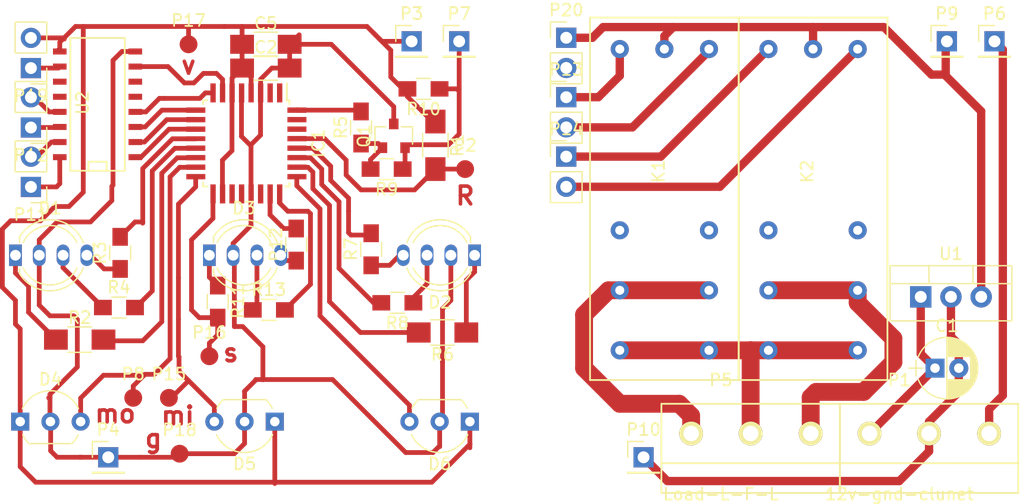
<source format=kicad_pcb>
(kicad_pcb (version 4) (host pcbnew 4.0.4-1.fc25-product)

  (general
    (links 91)
    (no_connects 0)
    (area 19.964999 18.095 108.080953 195.175)
    (thickness 1.6)
    (drawings 20)
    (tracks 373)
    (zones 0)
    (modules 48)
    (nets 65)
  )

  (page A4)
  (layers
    (0 F.Cu signal)
    (31 B.Cu signal)
    (32 B.Adhes user)
    (33 F.Adhes user)
    (34 B.Paste user)
    (35 F.Paste user)
    (36 B.SilkS user)
    (37 F.SilkS user)
    (38 B.Mask user)
    (39 F.Mask user)
    (40 Dwgs.User user)
    (41 Cmts.User user)
    (42 Eco1.User user)
    (43 Eco2.User user)
    (44 Edge.Cuts user)
    (45 Margin user)
    (46 B.CrtYd user)
    (47 F.CrtYd user)
    (48 B.Fab user)
    (49 F.Fab user)
  )

  (setup
    (last_trace_width 0.4)
    (trace_clearance 0.3)
    (zone_clearance 0.508)
    (zone_45_only no)
    (trace_min 0.2)
    (segment_width 0.2)
    (edge_width 0.15)
    (via_size 1.2)
    (via_drill 0.6)
    (via_min_size 0.4)
    (via_min_drill 0.3)
    (uvia_size 0.3)
    (uvia_drill 0.1)
    (uvias_allowed no)
    (uvia_min_size 0.2)
    (uvia_min_drill 0.1)
    (pcb_text_width 0.3)
    (pcb_text_size 1.5 1.5)
    (mod_edge_width 0.15)
    (mod_text_size 1 1)
    (mod_text_width 0.15)
    (pad_size 1.524 1.524)
    (pad_drill 0.762)
    (pad_to_mask_clearance 0.2)
    (aux_axis_origin 0 0)
    (visible_elements FFFFFF7F)
    (pcbplotparams
      (layerselection 0x00030_80000001)
      (usegerberextensions false)
      (excludeedgelayer true)
      (linewidth 0.100000)
      (plotframeref false)
      (viasonmask false)
      (mode 1)
      (useauxorigin false)
      (hpglpennumber 1)
      (hpglpenspeed 20)
      (hpglpendiameter 15)
      (hpglpenoverlay 2)
      (psnegative false)
      (psa4output false)
      (plotreference true)
      (plotvalue true)
      (plotinvisibletext false)
      (padsonsilk false)
      (subtractmaskfromsilk false)
      (outputformat 1)
      (mirror false)
      (drillshape 1)
      (scaleselection 1)
      (outputdirectory ""))
  )

  (net 0 "")
  (net 1 +12V)
  (net 2 GND)
  (net 3 VCC)
  (net 4 "Net-(D1-Pad1)")
  (net 5 "Net-(D1-Pad3)")
  (net 6 "Net-(D1-Pad4)")
  (net 7 "Net-(D2-Pad1)")
  (net 8 "Net-(D2-Pad3)")
  (net 9 "Net-(D2-Pad4)")
  (net 10 "Net-(D3-Pad1)")
  (net 11 "Net-(D3-Pad3)")
  (net 12 "Net-(D3-Pad4)")
  (net 13 "Net-(IC1-Pad1)")
  (net 14 "Net-(IC1-Pad2)")
  (net 15 "Net-(IC1-Pad19)")
  (net 16 "Net-(IC1-Pad20)")
  (net 17 "Net-(IC1-Pad22)")
  (net 18 "Net-(IC1-Pad29)")
  (net 19 "Net-(IC1-Pad32)")
  (net 20 "Net-(K1-Pad12)")
  (net 21 "Net-(K1-Pad11)")
  (net 22 "Net-(K1-Pad14)")
  (net 23 "Net-(K1-Pad22)")
  (net 24 "Net-(K2-Pad12)")
  (net 25 "Net-(K2-Pad22)")
  (net 26 clunet)
  (net 27 GNDA)
  (net 28 /R1_2)
  (net 29 /R1_1)
  (net 30 /SW1)
  (net 31 /LED1_1)
  (net 32 /LED1_2)
  (net 33 /LED1_3)
  (net 34 /SW2)
  (net 35 /LED2_1)
  (net 36 /LED2_2)
  (net 37 /LED2_3)
  (net 38 /LED3_1)
  (net 39 /LED3_2)
  (net 40 /LED3_3)
  (net 41 /SW3)
  (net 42 /R2_2)
  (net 43 /R2_1)
  (net 44 "Net-(K1-Pad1)")
  (net 45 "Net-(K1-Pad2)")
  (net 46 "Net-(K2-Pad1)")
  (net 47 "Net-(K2-Pad2)")
  (net 48 "Net-(K2-Pad11)")
  (net 49 "Net-(P1-Pad3)")
  (net 50 "Net-(Q1-Pad1)")
  (net 51 "Net-(P11-Pad1)")
  (net 52 "Net-(P11-Pad2)")
  (net 53 "Net-(P12-Pad1)")
  (net 54 "Net-(P12-Pad2)")
  (net 55 "Net-(U2-Pad12)")
  (net 56 "Net-(U2-Pad11)")
  (net 57 "Net-(U2-Pad6)")
  (net 58 "Net-(U2-Pad5)")
  (net 59 "Net-(IC1-Pad30)")
  (net 60 "Net-(IC1-Pad31)")
  (net 61 /spk)
  (net 62 "Net-(P19-Pad1)")
  (net 63 "Net-(P20-Pad2)")
  (net 64 +5V)

  (net_class Default "Это класс цепей по умолчанию."
    (clearance 0.3)
    (trace_width 0.4)
    (via_dia 1.2)
    (via_drill 0.6)
    (uvia_dia 0.3)
    (uvia_drill 0.1)
    (add_net /LED1_1)
    (add_net /LED1_2)
    (add_net /LED1_3)
    (add_net /LED2_1)
    (add_net /LED2_2)
    (add_net /LED2_3)
    (add_net /LED3_1)
    (add_net /LED3_2)
    (add_net /LED3_3)
    (add_net /R1_1)
    (add_net /R1_2)
    (add_net /R2_1)
    (add_net /R2_2)
    (add_net /SW1)
    (add_net /SW2)
    (add_net /SW3)
    (add_net /spk)
    (add_net GND)
    (add_net "Net-(D1-Pad1)")
    (add_net "Net-(D1-Pad3)")
    (add_net "Net-(D1-Pad4)")
    (add_net "Net-(D2-Pad1)")
    (add_net "Net-(D2-Pad3)")
    (add_net "Net-(D2-Pad4)")
    (add_net "Net-(D3-Pad1)")
    (add_net "Net-(D3-Pad3)")
    (add_net "Net-(D3-Pad4)")
    (add_net "Net-(IC1-Pad1)")
    (add_net "Net-(IC1-Pad19)")
    (add_net "Net-(IC1-Pad2)")
    (add_net "Net-(IC1-Pad20)")
    (add_net "Net-(IC1-Pad22)")
    (add_net "Net-(IC1-Pad29)")
    (add_net "Net-(IC1-Pad30)")
    (add_net "Net-(IC1-Pad31)")
    (add_net "Net-(IC1-Pad32)")
    (add_net "Net-(P11-Pad1)")
    (add_net "Net-(P11-Pad2)")
    (add_net "Net-(P12-Pad1)")
    (add_net "Net-(P12-Pad2)")
    (add_net "Net-(P19-Pad1)")
    (add_net "Net-(P20-Pad2)")
    (add_net "Net-(Q1-Pad1)")
    (add_net "Net-(U2-Pad11)")
    (add_net "Net-(U2-Pad12)")
    (add_net "Net-(U2-Pad5)")
    (add_net "Net-(U2-Pad6)")
    (add_net VCC)
    (add_net clunet)
  )

  (net_class 12v ""
    (clearance 0.5)
    (trace_width 0.7)
    (via_dia 2)
    (via_drill 0.6)
    (uvia_dia 0.3)
    (uvia_drill 0.1)
    (add_net +12V)
    (add_net +5V)
    (add_net GNDA)
    (add_net "Net-(K1-Pad1)")
    (add_net "Net-(K1-Pad2)")
    (add_net "Net-(K2-Pad1)")
    (add_net "Net-(K2-Pad2)")
    (add_net "Net-(P1-Pad3)")
  )

  (net_class 220v ""
    (clearance 1)
    (trace_width 1.5)
    (via_dia 1.2)
    (via_drill 0.6)
    (uvia_dia 0.3)
    (uvia_drill 0.1)
    (add_net "Net-(K1-Pad11)")
    (add_net "Net-(K1-Pad12)")
    (add_net "Net-(K1-Pad14)")
    (add_net "Net-(K1-Pad22)")
    (add_net "Net-(K2-Pad11)")
    (add_net "Net-(K2-Pad12)")
    (add_net "Net-(K2-Pad22)")
  )

  (module Socket_Strips:Socket_Strip_Straight_1x02_Pitch2.54mm (layer F.Cu) (tedit 588DE956) (tstamp 58BA9805)
    (at 112 94.25 180)
    (descr "Through hole straight socket strip, 1x02, 2.54mm pitch, single row")
    (tags "Through hole socket strip THT 1x02 2.54mm single row")
    (path /58BE0A92)
    (fp_text reference P11 (at 0 -2.33 180) (layer F.SilkS)
      (effects (font (size 1 1) (thickness 0.15)))
    )
    (fp_text value R1_ (at 0 4.87 180) (layer F.Fab)
      (effects (font (size 1 1) (thickness 0.15)))
    )
    (fp_line (start -1.27 -1.27) (end -1.27 3.81) (layer F.Fab) (width 0.1))
    (fp_line (start -1.27 3.81) (end 1.27 3.81) (layer F.Fab) (width 0.1))
    (fp_line (start 1.27 3.81) (end 1.27 -1.27) (layer F.Fab) (width 0.1))
    (fp_line (start 1.27 -1.27) (end -1.27 -1.27) (layer F.Fab) (width 0.1))
    (fp_line (start -1.33 1.27) (end -1.33 3.87) (layer F.SilkS) (width 0.12))
    (fp_line (start -1.33 3.87) (end 1.33 3.87) (layer F.SilkS) (width 0.12))
    (fp_line (start 1.33 3.87) (end 1.33 1.27) (layer F.SilkS) (width 0.12))
    (fp_line (start 1.33 1.27) (end -1.33 1.27) (layer F.SilkS) (width 0.12))
    (fp_line (start -1.33 0) (end -1.33 -1.33) (layer F.SilkS) (width 0.12))
    (fp_line (start -1.33 -1.33) (end 0 -1.33) (layer F.SilkS) (width 0.12))
    (fp_line (start -1.55 -1.55) (end -1.55 4.1) (layer F.CrtYd) (width 0.05))
    (fp_line (start -1.55 4.1) (end 1.55 4.1) (layer F.CrtYd) (width 0.05))
    (fp_line (start 1.55 4.1) (end 1.55 -1.55) (layer F.CrtYd) (width 0.05))
    (fp_line (start 1.55 -1.55) (end -1.55 -1.55) (layer F.CrtYd) (width 0.05))
    (pad 1 thru_hole rect (at 0 0 180) (size 1.7 1.7) (drill 1) (layers *.Cu *.Mask)
      (net 51 "Net-(P11-Pad1)"))
    (pad 2 thru_hole oval (at 0 2.54 180) (size 1.7 1.7) (drill 1) (layers *.Cu *.Mask)
      (net 52 "Net-(P11-Pad2)"))
    (model Socket_Strips.3dshapes/Socket_Strip_Straight_1x02_Pitch2.54mm.wrl
      (at (xyz 0 -0.05 0))
      (scale (xyz 1 1 1))
      (rotate (xyz 0 0 270))
    )
  )

  (module Capacitors_ThroughHole:CP_Radial_D5.0mm_P2.00mm (layer F.Cu) (tedit 58765D06) (tstamp 58BA9759)
    (at 188 109.5)
    (descr "CP, Radial series, Radial, pin pitch=2.00mm, , diameter=5mm, Electrolytic Capacitor")
    (tags "CP Radial series Radial pin pitch 2.00mm  diameter 5mm Electrolytic Capacitor")
    (path /58AF5E68)
    (fp_text reference C1 (at 1 -3.56) (layer F.SilkS)
      (effects (font (size 1 1) (thickness 0.15)))
    )
    (fp_text value 100mkf (at 1 3.56) (layer F.Fab)
      (effects (font (size 1 1) (thickness 0.15)))
    )
    (fp_arc (start 1 0) (end -1.397436 -0.98) (angle 135.5) (layer F.SilkS) (width 0.12))
    (fp_arc (start 1 0) (end -1.397436 0.98) (angle -135.5) (layer F.SilkS) (width 0.12))
    (fp_arc (start 1 0) (end 3.397436 -0.98) (angle 44.5) (layer F.SilkS) (width 0.12))
    (fp_circle (center 1 0) (end 3.5 0) (layer F.Fab) (width 0.1))
    (fp_line (start -2.2 0) (end -1 0) (layer F.Fab) (width 0.1))
    (fp_line (start -1.6 -0.65) (end -1.6 0.65) (layer F.Fab) (width 0.1))
    (fp_line (start 1 -2.55) (end 1 2.55) (layer F.SilkS) (width 0.12))
    (fp_line (start 1.04 -2.55) (end 1.04 -0.98) (layer F.SilkS) (width 0.12))
    (fp_line (start 1.04 0.98) (end 1.04 2.55) (layer F.SilkS) (width 0.12))
    (fp_line (start 1.08 -2.549) (end 1.08 -0.98) (layer F.SilkS) (width 0.12))
    (fp_line (start 1.08 0.98) (end 1.08 2.549) (layer F.SilkS) (width 0.12))
    (fp_line (start 1.12 -2.548) (end 1.12 -0.98) (layer F.SilkS) (width 0.12))
    (fp_line (start 1.12 0.98) (end 1.12 2.548) (layer F.SilkS) (width 0.12))
    (fp_line (start 1.16 -2.546) (end 1.16 -0.98) (layer F.SilkS) (width 0.12))
    (fp_line (start 1.16 0.98) (end 1.16 2.546) (layer F.SilkS) (width 0.12))
    (fp_line (start 1.2 -2.543) (end 1.2 -0.98) (layer F.SilkS) (width 0.12))
    (fp_line (start 1.2 0.98) (end 1.2 2.543) (layer F.SilkS) (width 0.12))
    (fp_line (start 1.24 -2.539) (end 1.24 -0.98) (layer F.SilkS) (width 0.12))
    (fp_line (start 1.24 0.98) (end 1.24 2.539) (layer F.SilkS) (width 0.12))
    (fp_line (start 1.28 -2.535) (end 1.28 -0.98) (layer F.SilkS) (width 0.12))
    (fp_line (start 1.28 0.98) (end 1.28 2.535) (layer F.SilkS) (width 0.12))
    (fp_line (start 1.32 -2.531) (end 1.32 -0.98) (layer F.SilkS) (width 0.12))
    (fp_line (start 1.32 0.98) (end 1.32 2.531) (layer F.SilkS) (width 0.12))
    (fp_line (start 1.36 -2.525) (end 1.36 -0.98) (layer F.SilkS) (width 0.12))
    (fp_line (start 1.36 0.98) (end 1.36 2.525) (layer F.SilkS) (width 0.12))
    (fp_line (start 1.4 -2.519) (end 1.4 -0.98) (layer F.SilkS) (width 0.12))
    (fp_line (start 1.4 0.98) (end 1.4 2.519) (layer F.SilkS) (width 0.12))
    (fp_line (start 1.44 -2.513) (end 1.44 -0.98) (layer F.SilkS) (width 0.12))
    (fp_line (start 1.44 0.98) (end 1.44 2.513) (layer F.SilkS) (width 0.12))
    (fp_line (start 1.48 -2.506) (end 1.48 -0.98) (layer F.SilkS) (width 0.12))
    (fp_line (start 1.48 0.98) (end 1.48 2.506) (layer F.SilkS) (width 0.12))
    (fp_line (start 1.52 -2.498) (end 1.52 -0.98) (layer F.SilkS) (width 0.12))
    (fp_line (start 1.52 0.98) (end 1.52 2.498) (layer F.SilkS) (width 0.12))
    (fp_line (start 1.56 -2.489) (end 1.56 -0.98) (layer F.SilkS) (width 0.12))
    (fp_line (start 1.56 0.98) (end 1.56 2.489) (layer F.SilkS) (width 0.12))
    (fp_line (start 1.6 -2.48) (end 1.6 -0.98) (layer F.SilkS) (width 0.12))
    (fp_line (start 1.6 0.98) (end 1.6 2.48) (layer F.SilkS) (width 0.12))
    (fp_line (start 1.64 -2.47) (end 1.64 -0.98) (layer F.SilkS) (width 0.12))
    (fp_line (start 1.64 0.98) (end 1.64 2.47) (layer F.SilkS) (width 0.12))
    (fp_line (start 1.68 -2.46) (end 1.68 -0.98) (layer F.SilkS) (width 0.12))
    (fp_line (start 1.68 0.98) (end 1.68 2.46) (layer F.SilkS) (width 0.12))
    (fp_line (start 1.721 -2.448) (end 1.721 -0.98) (layer F.SilkS) (width 0.12))
    (fp_line (start 1.721 0.98) (end 1.721 2.448) (layer F.SilkS) (width 0.12))
    (fp_line (start 1.761 -2.436) (end 1.761 -0.98) (layer F.SilkS) (width 0.12))
    (fp_line (start 1.761 0.98) (end 1.761 2.436) (layer F.SilkS) (width 0.12))
    (fp_line (start 1.801 -2.424) (end 1.801 -0.98) (layer F.SilkS) (width 0.12))
    (fp_line (start 1.801 0.98) (end 1.801 2.424) (layer F.SilkS) (width 0.12))
    (fp_line (start 1.841 -2.41) (end 1.841 -0.98) (layer F.SilkS) (width 0.12))
    (fp_line (start 1.841 0.98) (end 1.841 2.41) (layer F.SilkS) (width 0.12))
    (fp_line (start 1.881 -2.396) (end 1.881 -0.98) (layer F.SilkS) (width 0.12))
    (fp_line (start 1.881 0.98) (end 1.881 2.396) (layer F.SilkS) (width 0.12))
    (fp_line (start 1.921 -2.382) (end 1.921 -0.98) (layer F.SilkS) (width 0.12))
    (fp_line (start 1.921 0.98) (end 1.921 2.382) (layer F.SilkS) (width 0.12))
    (fp_line (start 1.961 -2.366) (end 1.961 -0.98) (layer F.SilkS) (width 0.12))
    (fp_line (start 1.961 0.98) (end 1.961 2.366) (layer F.SilkS) (width 0.12))
    (fp_line (start 2.001 -2.35) (end 2.001 -0.98) (layer F.SilkS) (width 0.12))
    (fp_line (start 2.001 0.98) (end 2.001 2.35) (layer F.SilkS) (width 0.12))
    (fp_line (start 2.041 -2.333) (end 2.041 -0.98) (layer F.SilkS) (width 0.12))
    (fp_line (start 2.041 0.98) (end 2.041 2.333) (layer F.SilkS) (width 0.12))
    (fp_line (start 2.081 -2.315) (end 2.081 -0.98) (layer F.SilkS) (width 0.12))
    (fp_line (start 2.081 0.98) (end 2.081 2.315) (layer F.SilkS) (width 0.12))
    (fp_line (start 2.121 -2.296) (end 2.121 -0.98) (layer F.SilkS) (width 0.12))
    (fp_line (start 2.121 0.98) (end 2.121 2.296) (layer F.SilkS) (width 0.12))
    (fp_line (start 2.161 -2.276) (end 2.161 -0.98) (layer F.SilkS) (width 0.12))
    (fp_line (start 2.161 0.98) (end 2.161 2.276) (layer F.SilkS) (width 0.12))
    (fp_line (start 2.201 -2.256) (end 2.201 -0.98) (layer F.SilkS) (width 0.12))
    (fp_line (start 2.201 0.98) (end 2.201 2.256) (layer F.SilkS) (width 0.12))
    (fp_line (start 2.241 -2.234) (end 2.241 -0.98) (layer F.SilkS) (width 0.12))
    (fp_line (start 2.241 0.98) (end 2.241 2.234) (layer F.SilkS) (width 0.12))
    (fp_line (start 2.281 -2.212) (end 2.281 -0.98) (layer F.SilkS) (width 0.12))
    (fp_line (start 2.281 0.98) (end 2.281 2.212) (layer F.SilkS) (width 0.12))
    (fp_line (start 2.321 -2.189) (end 2.321 -0.98) (layer F.SilkS) (width 0.12))
    (fp_line (start 2.321 0.98) (end 2.321 2.189) (layer F.SilkS) (width 0.12))
    (fp_line (start 2.361 -2.165) (end 2.361 -0.98) (layer F.SilkS) (width 0.12))
    (fp_line (start 2.361 0.98) (end 2.361 2.165) (layer F.SilkS) (width 0.12))
    (fp_line (start 2.401 -2.14) (end 2.401 -0.98) (layer F.SilkS) (width 0.12))
    (fp_line (start 2.401 0.98) (end 2.401 2.14) (layer F.SilkS) (width 0.12))
    (fp_line (start 2.441 -2.113) (end 2.441 -0.98) (layer F.SilkS) (width 0.12))
    (fp_line (start 2.441 0.98) (end 2.441 2.113) (layer F.SilkS) (width 0.12))
    (fp_line (start 2.481 -2.086) (end 2.481 -0.98) (layer F.SilkS) (width 0.12))
    (fp_line (start 2.481 0.98) (end 2.481 2.086) (layer F.SilkS) (width 0.12))
    (fp_line (start 2.521 -2.058) (end 2.521 -0.98) (layer F.SilkS) (width 0.12))
    (fp_line (start 2.521 0.98) (end 2.521 2.058) (layer F.SilkS) (width 0.12))
    (fp_line (start 2.561 -2.028) (end 2.561 -0.98) (layer F.SilkS) (width 0.12))
    (fp_line (start 2.561 0.98) (end 2.561 2.028) (layer F.SilkS) (width 0.12))
    (fp_line (start 2.601 -1.997) (end 2.601 -0.98) (layer F.SilkS) (width 0.12))
    (fp_line (start 2.601 0.98) (end 2.601 1.997) (layer F.SilkS) (width 0.12))
    (fp_line (start 2.641 -1.965) (end 2.641 -0.98) (layer F.SilkS) (width 0.12))
    (fp_line (start 2.641 0.98) (end 2.641 1.965) (layer F.SilkS) (width 0.12))
    (fp_line (start 2.681 -1.932) (end 2.681 -0.98) (layer F.SilkS) (width 0.12))
    (fp_line (start 2.681 0.98) (end 2.681 1.932) (layer F.SilkS) (width 0.12))
    (fp_line (start 2.721 -1.897) (end 2.721 -0.98) (layer F.SilkS) (width 0.12))
    (fp_line (start 2.721 0.98) (end 2.721 1.897) (layer F.SilkS) (width 0.12))
    (fp_line (start 2.761 -1.861) (end 2.761 -0.98) (layer F.SilkS) (width 0.12))
    (fp_line (start 2.761 0.98) (end 2.761 1.861) (layer F.SilkS) (width 0.12))
    (fp_line (start 2.801 -1.823) (end 2.801 -0.98) (layer F.SilkS) (width 0.12))
    (fp_line (start 2.801 0.98) (end 2.801 1.823) (layer F.SilkS) (width 0.12))
    (fp_line (start 2.841 -1.783) (end 2.841 -0.98) (layer F.SilkS) (width 0.12))
    (fp_line (start 2.841 0.98) (end 2.841 1.783) (layer F.SilkS) (width 0.12))
    (fp_line (start 2.881 -1.742) (end 2.881 -0.98) (layer F.SilkS) (width 0.12))
    (fp_line (start 2.881 0.98) (end 2.881 1.742) (layer F.SilkS) (width 0.12))
    (fp_line (start 2.921 -1.699) (end 2.921 -0.98) (layer F.SilkS) (width 0.12))
    (fp_line (start 2.921 0.98) (end 2.921 1.699) (layer F.SilkS) (width 0.12))
    (fp_line (start 2.961 -1.654) (end 2.961 -0.98) (layer F.SilkS) (width 0.12))
    (fp_line (start 2.961 0.98) (end 2.961 1.654) (layer F.SilkS) (width 0.12))
    (fp_line (start 3.001 -1.606) (end 3.001 1.606) (layer F.SilkS) (width 0.12))
    (fp_line (start 3.041 -1.556) (end 3.041 1.556) (layer F.SilkS) (width 0.12))
    (fp_line (start 3.081 -1.504) (end 3.081 1.504) (layer F.SilkS) (width 0.12))
    (fp_line (start 3.121 -1.448) (end 3.121 1.448) (layer F.SilkS) (width 0.12))
    (fp_line (start 3.161 -1.39) (end 3.161 1.39) (layer F.SilkS) (width 0.12))
    (fp_line (start 3.201 -1.327) (end 3.201 1.327) (layer F.SilkS) (width 0.12))
    (fp_line (start 3.241 -1.261) (end 3.241 1.261) (layer F.SilkS) (width 0.12))
    (fp_line (start 3.281 -1.189) (end 3.281 1.189) (layer F.SilkS) (width 0.12))
    (fp_line (start 3.321 -1.112) (end 3.321 1.112) (layer F.SilkS) (width 0.12))
    (fp_line (start 3.361 -1.028) (end 3.361 1.028) (layer F.SilkS) (width 0.12))
    (fp_line (start 3.401 -0.934) (end 3.401 0.934) (layer F.SilkS) (width 0.12))
    (fp_line (start 3.441 -0.829) (end 3.441 0.829) (layer F.SilkS) (width 0.12))
    (fp_line (start 3.481 -0.707) (end 3.481 0.707) (layer F.SilkS) (width 0.12))
    (fp_line (start 3.521 -0.559) (end 3.521 0.559) (layer F.SilkS) (width 0.12))
    (fp_line (start 3.561 -0.354) (end 3.561 0.354) (layer F.SilkS) (width 0.12))
    (fp_line (start -2.2 0) (end -1 0) (layer F.SilkS) (width 0.12))
    (fp_line (start -1.6 -0.65) (end -1.6 0.65) (layer F.SilkS) (width 0.12))
    (fp_line (start -1.85 -2.85) (end -1.85 2.85) (layer F.CrtYd) (width 0.05))
    (fp_line (start -1.85 2.85) (end 3.85 2.85) (layer F.CrtYd) (width 0.05))
    (fp_line (start 3.85 2.85) (end 3.85 -2.85) (layer F.CrtYd) (width 0.05))
    (fp_line (start 3.85 -2.85) (end -1.85 -2.85) (layer F.CrtYd) (width 0.05))
    (pad 1 thru_hole rect (at 0 0) (size 1.6 1.6) (drill 0.8) (layers *.Cu *.Mask)
      (net 1 +12V))
    (pad 2 thru_hole circle (at 2 0) (size 1.6 1.6) (drill 0.8) (layers *.Cu *.Mask)
      (net 27 GNDA))
    (model Capacitors_THT.3dshapes/CP_Radial_D5.0mm_P2.00mm.wrl
      (at (xyz 0 0 0))
      (scale (xyz 0.393701 0.393701 0.393701))
      (rotate (xyz 0 0 0))
    )
  )

  (module Capacitors_SMD:C_1206_HandSoldering (layer F.Cu) (tedit 58AA84D1) (tstamp 58BA9771)
    (at 131.75 82.25)
    (descr "Capacitor SMD 1206, hand soldering")
    (tags "capacitor 1206")
    (path /58BFA9D1)
    (attr smd)
    (fp_text reference C5 (at 0 -1.75) (layer F.SilkS)
      (effects (font (size 1 1) (thickness 0.15)))
    )
    (fp_text value C_Small (at 0 2) (layer F.Fab)
      (effects (font (size 1 1) (thickness 0.15)))
    )
    (fp_text user %R (at 0 -1.75) (layer F.Fab)
      (effects (font (size 1 1) (thickness 0.15)))
    )
    (fp_line (start -1.6 0.8) (end -1.6 -0.8) (layer F.Fab) (width 0.1))
    (fp_line (start 1.6 0.8) (end -1.6 0.8) (layer F.Fab) (width 0.1))
    (fp_line (start 1.6 -0.8) (end 1.6 0.8) (layer F.Fab) (width 0.1))
    (fp_line (start -1.6 -0.8) (end 1.6 -0.8) (layer F.Fab) (width 0.1))
    (fp_line (start 1 -1.02) (end -1 -1.02) (layer F.SilkS) (width 0.12))
    (fp_line (start -1 1.02) (end 1 1.02) (layer F.SilkS) (width 0.12))
    (fp_line (start -3.25 -1.05) (end 3.25 -1.05) (layer F.CrtYd) (width 0.05))
    (fp_line (start -3.25 -1.05) (end -3.25 1.05) (layer F.CrtYd) (width 0.05))
    (fp_line (start 3.25 1.05) (end 3.25 -1.05) (layer F.CrtYd) (width 0.05))
    (fp_line (start 3.25 1.05) (end -3.25 1.05) (layer F.CrtYd) (width 0.05))
    (pad 1 smd rect (at -2 0) (size 2 1.6) (layers F.Cu F.Paste F.Mask)
      (net 3 VCC))
    (pad 2 smd rect (at 2 0) (size 2 1.6) (layers F.Cu F.Paste F.Mask)
      (net 2 GND))
    (model Capacitors_SMD.3dshapes/C_1206.wrl
      (at (xyz 0 0 0))
      (scale (xyz 1 1 1))
      (rotate (xyz 0 0 0))
    )
  )

  (module tqfp:RT424F05 (layer F.Cu) (tedit 58B9C12C) (tstamp 58BA97BA)
    (at 169 108 270)
    (path /58B5439C)
    (fp_text reference K1 (at -15.05 4.25 270) (layer F.SilkS)
      (effects (font (size 1 1) (thickness 0.15)))
    )
    (fp_text value RT424F05 (at -15.05 3.25 270) (layer F.Fab)
      (effects (font (size 1 1) (thickness 0.15)))
    )
    (fp_line (start 2.5 -2.5) (end 2.5 10) (layer F.SilkS) (width 0.15))
    (fp_line (start 2.5 10) (end -28 10) (layer F.SilkS) (width 0.15))
    (fp_line (start -28 10) (end -28 -2.5) (layer F.SilkS) (width 0.15))
    (fp_line (start -28 -2.5) (end 2.5 -2.5) (layer F.SilkS) (width 0.15))
    (pad 1 thru_hole circle (at -25.35 0 270) (size 1.524 1.524) (drill 0.762) (layers *.Cu *.Mask)
      (net 44 "Net-(K1-Pad1)"))
    (pad 2 thru_hole circle (at -25.35 7.5 270) (size 1.524 1.524) (drill 0.762) (layers *.Cu *.Mask)
      (net 45 "Net-(K1-Pad2)"))
    (pad 3 thru_hole circle (at -25.35 3.75 270) (size 1.524 1.524) (drill 0.762) (layers *.Cu *.Mask)
      (net 64 +5V))
    (pad 12 thru_hole circle (at -10.1 0 270) (size 1.524 1.524) (drill 0.762) (layers *.Cu *.Mask)
      (net 20 "Net-(K1-Pad12)"))
    (pad 11 thru_hole circle (at -5.05 0 270) (size 1.524 1.524) (drill 0.762) (layers *.Cu *.Mask)
      (net 21 "Net-(K1-Pad11)"))
    (pad 14 thru_hole circle (at 0 0 270) (size 1.524 1.524) (drill 0.762) (layers *.Cu *.Mask)
      (net 22 "Net-(K1-Pad14)"))
    (pad 22 thru_hole circle (at -10.1 7.5 270) (size 1.524 1.524) (drill 0.762) (layers *.Cu *.Mask)
      (net 23 "Net-(K1-Pad22)"))
    (pad 21 thru_hole circle (at -5.05 7.5 270) (size 1.524 1.524) (drill 0.762) (layers *.Cu *.Mask)
      (net 21 "Net-(K1-Pad11)"))
    (pad 24 thru_hole circle (at 0 7.5 270) (size 1.524 1.524) (drill 0.762) (layers *.Cu *.Mask)
      (net 22 "Net-(K1-Pad14)"))
  )

  (module tqfp:RT424F05 (layer F.Cu) (tedit 58B9C12C) (tstamp 58BA97C7)
    (at 181.5 108 270)
    (path /58B5204E)
    (fp_text reference K2 (at -15.05 4.25 270) (layer F.SilkS)
      (effects (font (size 1 1) (thickness 0.15)))
    )
    (fp_text value RT424F05 (at -15.05 3.25 270) (layer F.Fab)
      (effects (font (size 1 1) (thickness 0.15)))
    )
    (fp_line (start 2.5 -2.5) (end 2.5 10) (layer F.SilkS) (width 0.15))
    (fp_line (start 2.5 10) (end -28 10) (layer F.SilkS) (width 0.15))
    (fp_line (start -28 10) (end -28 -2.5) (layer F.SilkS) (width 0.15))
    (fp_line (start -28 -2.5) (end 2.5 -2.5) (layer F.SilkS) (width 0.15))
    (pad 1 thru_hole circle (at -25.35 0 270) (size 1.524 1.524) (drill 0.762) (layers *.Cu *.Mask)
      (net 46 "Net-(K2-Pad1)"))
    (pad 2 thru_hole circle (at -25.35 7.5 270) (size 1.524 1.524) (drill 0.762) (layers *.Cu *.Mask)
      (net 47 "Net-(K2-Pad2)"))
    (pad 3 thru_hole circle (at -25.35 3.75 270) (size 1.524 1.524) (drill 0.762) (layers *.Cu *.Mask)
      (net 64 +5V))
    (pad 12 thru_hole circle (at -10.1 0 270) (size 1.524 1.524) (drill 0.762) (layers *.Cu *.Mask)
      (net 24 "Net-(K2-Pad12)"))
    (pad 11 thru_hole circle (at -5.05 0 270) (size 1.524 1.524) (drill 0.762) (layers *.Cu *.Mask)
      (net 48 "Net-(K2-Pad11)"))
    (pad 14 thru_hole circle (at 0 0 270) (size 1.524 1.524) (drill 0.762) (layers *.Cu *.Mask)
      (net 22 "Net-(K1-Pad14)"))
    (pad 22 thru_hole circle (at -10.1 7.5 270) (size 1.524 1.524) (drill 0.762) (layers *.Cu *.Mask)
      (net 25 "Net-(K2-Pad22)"))
    (pad 21 thru_hole circle (at -5.05 7.5 270) (size 1.524 1.524) (drill 0.762) (layers *.Cu *.Mask)
      (net 48 "Net-(K2-Pad11)"))
    (pad 24 thru_hole circle (at 0 7.5 270) (size 1.524 1.524) (drill 0.762) (layers *.Cu *.Mask)
      (net 22 "Net-(K1-Pad14)"))
  )

  (module tqfp:DG301-5.0-3x (layer F.Cu) (tedit 58B9BEF3) (tstamp 58BA97CE)
    (at 185 115)
    (descr http://www.tme.eu/en/Document/72ad9f371bb0c16572574ac47903b3a1/DG301-5.0.pdf)
    (path /58AF4C5D)
    (fp_text reference P1 (at 0 -4.5) (layer F.SilkS)
      (effects (font (size 1 1) (thickness 0.15)))
    )
    (fp_text value 12v-gnd-clunet (at 0 5.1) (layer F.SilkS)
      (effects (font (size 1 1) (thickness 0.15)))
    )
    (fp_line (start 5 2.5) (end 10 2.5) (layer F.SilkS) (width 0.15))
    (fp_line (start 10 5) (end 5 5) (layer F.SilkS) (width 0.15))
    (fp_line (start 5 -2.5) (end 10 -2.5) (layer F.SilkS) (width 0.15))
    (fp_circle (center 7.55 0) (end 9.05 0) (layer Dwgs.User) (width 0.15))
    (fp_line (start 6.05 -0.5) (end 9.05 -0.5) (layer Dwgs.User) (width 0.15))
    (fp_line (start 9.05 0.5) (end 6.05 0.5) (layer Dwgs.User) (width 0.15))
    (fp_line (start 5 2.5) (end -5 2.5) (layer F.SilkS) (width 0.15))
    (fp_line (start -4 0.5) (end -1 0.5) (layer Dwgs.User) (width 0.15))
    (fp_line (start -1 -0.5) (end -4 -0.5) (layer Dwgs.User) (width 0.15))
    (fp_line (start 4 0.5) (end 1 0.5) (layer Dwgs.User) (width 0.15))
    (fp_line (start 1 -0.5) (end 4 -0.5) (layer Dwgs.User) (width 0.15))
    (fp_circle (center -2.5 0) (end -1 0) (layer Dwgs.User) (width 0.15))
    (fp_circle (center 2.5 0) (end 4 0) (layer Dwgs.User) (width 0.15))
    (fp_line (start -5 5) (end -5 -2.5) (layer F.SilkS) (width 0.15))
    (fp_line (start -5 -2.5) (end 5 -2.5) (layer F.SilkS) (width 0.15))
    (fp_line (start 10 -2.5) (end 10 5) (layer F.SilkS) (width 0.15))
    (fp_line (start 5 5) (end -5 5) (layer F.SilkS) (width 0.15))
    (pad 3 thru_hole circle (at 7.55 0) (size 2 2) (drill 1.3) (layers *.Cu *.Mask F.SilkS)
      (net 49 "Net-(P1-Pad3)"))
    (pad 1 thru_hole circle (at -2.5 0) (size 2 2) (drill 1.3) (layers *.Cu *.Mask F.SilkS)
      (net 1 +12V))
    (pad 2 thru_hole circle (at 2.5 0) (size 2 2) (drill 1.3) (layers *.Cu *.Mask F.SilkS)
      (net 27 GNDA))
  )

  (module Socket_Strips:Socket_Strip_Straight_1x01_Pitch2.54mm (layer F.Cu) (tedit 58D2AF3B) (tstamp 58BA97D8)
    (at 144 82)
    (descr "Through hole straight socket strip, 1x01, 2.54mm pitch, single row")
    (tags "Through hole socket strip THT 1x01 2.54mm single row")
    (path /58B450CD)
    (fp_text reference P3 (at 0 -2.33) (layer F.SilkS)
      (effects (font (size 1 1) (thickness 0.15)))
    )
    (fp_text value Vcc (at 1.4 0.9) (layer F.Fab)
      (effects (font (size 1 1) (thickness 0.15)))
    )
    (fp_line (start -1.27 -1.27) (end -1.27 1.27) (layer F.Fab) (width 0.1))
    (fp_line (start -1.27 1.27) (end 1.27 1.27) (layer F.Fab) (width 0.1))
    (fp_line (start 1.27 1.27) (end 1.27 -1.27) (layer F.Fab) (width 0.1))
    (fp_line (start 1.27 -1.27) (end -1.27 -1.27) (layer F.Fab) (width 0.1))
    (fp_line (start -1.33 1.27) (end -1.33 1.33) (layer F.SilkS) (width 0.12))
    (fp_line (start -1.33 1.33) (end 1.33 1.33) (layer F.SilkS) (width 0.12))
    (fp_line (start 1.33 1.33) (end 1.33 1.27) (layer F.SilkS) (width 0.12))
    (fp_line (start 1.33 1.27) (end -1.33 1.27) (layer F.SilkS) (width 0.12))
    (fp_line (start -1.33 0) (end -1.33 -1.33) (layer F.SilkS) (width 0.12))
    (fp_line (start -1.33 -1.33) (end 0 -1.33) (layer F.SilkS) (width 0.12))
    (fp_line (start -1.55 -1.55) (end -1.55 1.55) (layer F.CrtYd) (width 0.05))
    (fp_line (start -1.55 1.55) (end 1.55 1.55) (layer F.CrtYd) (width 0.05))
    (fp_line (start 1.55 1.55) (end 1.55 -1.55) (layer F.CrtYd) (width 0.05))
    (fp_line (start 1.55 -1.55) (end -1.55 -1.55) (layer F.CrtYd) (width 0.05))
    (pad 1 thru_hole rect (at 0 0) (size 1.7 1.7) (drill 1) (layers *.Cu *.Mask)
      (net 3 VCC))
    (model Socket_Strips.3dshapes/Socket_Strip_Straight_1x01_Pitch2.54mm.wrl
      (at (xyz 0 0 0))
      (scale (xyz 1 1 1))
      (rotate (xyz 0 0 270))
    )
  )

  (module Socket_Strips:Socket_Strip_Straight_1x01_Pitch2.54mm (layer F.Cu) (tedit 588DE956) (tstamp 58BA97DD)
    (at 118.5 117)
    (descr "Through hole straight socket strip, 1x01, 2.54mm pitch, single row")
    (tags "Through hole socket strip THT 1x01 2.54mm single row")
    (path /58B466F4)
    (fp_text reference P4 (at 0 -2.33) (layer F.SilkS)
      (effects (font (size 1 1) (thickness 0.15)))
    )
    (fp_text value Gnd (at 0 2.33) (layer F.Fab)
      (effects (font (size 1 1) (thickness 0.15)))
    )
    (fp_line (start -1.27 -1.27) (end -1.27 1.27) (layer F.Fab) (width 0.1))
    (fp_line (start -1.27 1.27) (end 1.27 1.27) (layer F.Fab) (width 0.1))
    (fp_line (start 1.27 1.27) (end 1.27 -1.27) (layer F.Fab) (width 0.1))
    (fp_line (start 1.27 -1.27) (end -1.27 -1.27) (layer F.Fab) (width 0.1))
    (fp_line (start -1.33 1.27) (end -1.33 1.33) (layer F.SilkS) (width 0.12))
    (fp_line (start -1.33 1.33) (end 1.33 1.33) (layer F.SilkS) (width 0.12))
    (fp_line (start 1.33 1.33) (end 1.33 1.27) (layer F.SilkS) (width 0.12))
    (fp_line (start 1.33 1.27) (end -1.33 1.27) (layer F.SilkS) (width 0.12))
    (fp_line (start -1.33 0) (end -1.33 -1.33) (layer F.SilkS) (width 0.12))
    (fp_line (start -1.33 -1.33) (end 0 -1.33) (layer F.SilkS) (width 0.12))
    (fp_line (start -1.55 -1.55) (end -1.55 1.55) (layer F.CrtYd) (width 0.05))
    (fp_line (start -1.55 1.55) (end 1.55 1.55) (layer F.CrtYd) (width 0.05))
    (fp_line (start 1.55 1.55) (end 1.55 -1.55) (layer F.CrtYd) (width 0.05))
    (fp_line (start 1.55 -1.55) (end -1.55 -1.55) (layer F.CrtYd) (width 0.05))
    (pad 1 thru_hole rect (at 0 0) (size 1.7 1.7) (drill 1) (layers *.Cu *.Mask)
      (net 2 GND))
    (model Socket_Strips.3dshapes/Socket_Strip_Straight_1x01_Pitch2.54mm.wrl
      (at (xyz 0 0 0))
      (scale (xyz 1 1 1))
      (rotate (xyz 0 0 270))
    )
  )

  (module tqfp:DG301-5.0-3x (layer F.Cu) (tedit 58B9BEF3) (tstamp 58BA97E4)
    (at 170 115)
    (descr http://www.tme.eu/en/Document/72ad9f371bb0c16572574ac47903b3a1/DG301-5.0.pdf)
    (path /58BA597C)
    (fp_text reference P5 (at 0 -4.5) (layer F.SilkS)
      (effects (font (size 1 1) (thickness 0.15)))
    )
    (fp_text value Load-L-F-L (at 0 5.1) (layer F.SilkS)
      (effects (font (size 1 1) (thickness 0.15)))
    )
    (fp_line (start 5 2.5) (end 10 2.5) (layer F.SilkS) (width 0.15))
    (fp_line (start 10 5) (end 5 5) (layer F.SilkS) (width 0.15))
    (fp_line (start 5 -2.5) (end 10 -2.5) (layer F.SilkS) (width 0.15))
    (fp_circle (center 7.55 0) (end 9.05 0) (layer Dwgs.User) (width 0.15))
    (fp_line (start 6.05 -0.5) (end 9.05 -0.5) (layer Dwgs.User) (width 0.15))
    (fp_line (start 9.05 0.5) (end 6.05 0.5) (layer Dwgs.User) (width 0.15))
    (fp_line (start 5 2.5) (end -5 2.5) (layer F.SilkS) (width 0.15))
    (fp_line (start -4 0.5) (end -1 0.5) (layer Dwgs.User) (width 0.15))
    (fp_line (start -1 -0.5) (end -4 -0.5) (layer Dwgs.User) (width 0.15))
    (fp_line (start 4 0.5) (end 1 0.5) (layer Dwgs.User) (width 0.15))
    (fp_line (start 1 -0.5) (end 4 -0.5) (layer Dwgs.User) (width 0.15))
    (fp_circle (center -2.5 0) (end -1 0) (layer Dwgs.User) (width 0.15))
    (fp_circle (center 2.5 0) (end 4 0) (layer Dwgs.User) (width 0.15))
    (fp_line (start -5 5) (end -5 -2.5) (layer F.SilkS) (width 0.15))
    (fp_line (start -5 -2.5) (end 5 -2.5) (layer F.SilkS) (width 0.15))
    (fp_line (start 10 -2.5) (end 10 5) (layer F.SilkS) (width 0.15))
    (fp_line (start 5 5) (end -5 5) (layer F.SilkS) (width 0.15))
    (pad 3 thru_hole circle (at 7.55 0) (size 2 2) (drill 1.3) (layers *.Cu *.Mask F.SilkS)
      (net 48 "Net-(K2-Pad11)"))
    (pad 1 thru_hole circle (at -2.5 0) (size 2 2) (drill 1.3) (layers *.Cu *.Mask F.SilkS)
      (net 21 "Net-(K1-Pad11)"))
    (pad 2 thru_hole circle (at 2.5 0) (size 2 2) (drill 1.3) (layers *.Cu *.Mask F.SilkS)
      (net 22 "Net-(K1-Pad14)"))
  )

  (module Socket_Strips:Socket_Strip_Straight_1x01_Pitch2.54mm (layer F.Cu) (tedit 588DE956) (tstamp 58BA97E9)
    (at 193 82)
    (descr "Through hole straight socket strip, 1x01, 2.54mm pitch, single row")
    (tags "Through hole socket strip THT 1x01 2.54mm single row")
    (path /58BF40AA)
    (fp_text reference P6 (at 0 -2.33) (layer F.SilkS)
      (effects (font (size 1 1) (thickness 0.15)))
    )
    (fp_text value Clunet (at 0 2.33) (layer F.Fab)
      (effects (font (size 1 1) (thickness 0.15)))
    )
    (fp_line (start -1.27 -1.27) (end -1.27 1.27) (layer F.Fab) (width 0.1))
    (fp_line (start -1.27 1.27) (end 1.27 1.27) (layer F.Fab) (width 0.1))
    (fp_line (start 1.27 1.27) (end 1.27 -1.27) (layer F.Fab) (width 0.1))
    (fp_line (start 1.27 -1.27) (end -1.27 -1.27) (layer F.Fab) (width 0.1))
    (fp_line (start -1.33 1.27) (end -1.33 1.33) (layer F.SilkS) (width 0.12))
    (fp_line (start -1.33 1.33) (end 1.33 1.33) (layer F.SilkS) (width 0.12))
    (fp_line (start 1.33 1.33) (end 1.33 1.27) (layer F.SilkS) (width 0.12))
    (fp_line (start 1.33 1.27) (end -1.33 1.27) (layer F.SilkS) (width 0.12))
    (fp_line (start -1.33 0) (end -1.33 -1.33) (layer F.SilkS) (width 0.12))
    (fp_line (start -1.33 -1.33) (end 0 -1.33) (layer F.SilkS) (width 0.12))
    (fp_line (start -1.55 -1.55) (end -1.55 1.55) (layer F.CrtYd) (width 0.05))
    (fp_line (start -1.55 1.55) (end 1.55 1.55) (layer F.CrtYd) (width 0.05))
    (fp_line (start 1.55 1.55) (end 1.55 -1.55) (layer F.CrtYd) (width 0.05))
    (fp_line (start 1.55 -1.55) (end -1.55 -1.55) (layer F.CrtYd) (width 0.05))
    (pad 1 thru_hole rect (at 0 0) (size 1.7 1.7) (drill 1) (layers *.Cu *.Mask)
      (net 49 "Net-(P1-Pad3)"))
    (model Socket_Strips.3dshapes/Socket_Strip_Straight_1x01_Pitch2.54mm.wrl
      (at (xyz 0 0 0))
      (scale (xyz 1 1 1))
      (rotate (xyz 0 0 270))
    )
  )

  (module Socket_Strips:Socket_Strip_Straight_1x01_Pitch2.54mm (layer F.Cu) (tedit 588DE956) (tstamp 58BA97EE)
    (at 148 82)
    (descr "Through hole straight socket strip, 1x01, 2.54mm pitch, single row")
    (tags "Through hole socket strip THT 1x01 2.54mm single row")
    (path /58BF43F3)
    (fp_text reference P7 (at 0 -2.33) (layer F.SilkS)
      (effects (font (size 1 1) (thickness 0.15)))
    )
    (fp_text value Clunet (at 0 2.33) (layer F.Fab)
      (effects (font (size 1 1) (thickness 0.15)))
    )
    (fp_line (start -1.27 -1.27) (end -1.27 1.27) (layer F.Fab) (width 0.1))
    (fp_line (start -1.27 1.27) (end 1.27 1.27) (layer F.Fab) (width 0.1))
    (fp_line (start 1.27 1.27) (end 1.27 -1.27) (layer F.Fab) (width 0.1))
    (fp_line (start 1.27 -1.27) (end -1.27 -1.27) (layer F.Fab) (width 0.1))
    (fp_line (start -1.33 1.27) (end -1.33 1.33) (layer F.SilkS) (width 0.12))
    (fp_line (start -1.33 1.33) (end 1.33 1.33) (layer F.SilkS) (width 0.12))
    (fp_line (start 1.33 1.33) (end 1.33 1.27) (layer F.SilkS) (width 0.12))
    (fp_line (start 1.33 1.27) (end -1.33 1.27) (layer F.SilkS) (width 0.12))
    (fp_line (start -1.33 0) (end -1.33 -1.33) (layer F.SilkS) (width 0.12))
    (fp_line (start -1.33 -1.33) (end 0 -1.33) (layer F.SilkS) (width 0.12))
    (fp_line (start -1.55 -1.55) (end -1.55 1.55) (layer F.CrtYd) (width 0.05))
    (fp_line (start -1.55 1.55) (end 1.55 1.55) (layer F.CrtYd) (width 0.05))
    (fp_line (start 1.55 1.55) (end 1.55 -1.55) (layer F.CrtYd) (width 0.05))
    (fp_line (start 1.55 -1.55) (end -1.55 -1.55) (layer F.CrtYd) (width 0.05))
    (pad 1 thru_hole rect (at 0 0) (size 1.7 1.7) (drill 1) (layers *.Cu *.Mask)
      (net 26 clunet))
    (model Socket_Strips.3dshapes/Socket_Strip_Straight_1x01_Pitch2.54mm.wrl
      (at (xyz 0 0 0))
      (scale (xyz 1 1 1))
      (rotate (xyz 0 0 270))
    )
  )

  (module Socket_Strips:Socket_Strip_Straight_1x01_Pitch2.54mm (layer F.Cu) (tedit 588DE956) (tstamp 58BA97FA)
    (at 189 82)
    (descr "Through hole straight socket strip, 1x01, 2.54mm pitch, single row")
    (tags "Through hole socket strip THT 1x01 2.54mm single row")
    (path /58BFE3A9)
    (fp_text reference P9 (at 0 -2.33) (layer F.SilkS)
      (effects (font (size 1 1) (thickness 0.15)))
    )
    (fp_text value Vcc (at 0 2.33) (layer F.Fab)
      (effects (font (size 1 1) (thickness 0.15)))
    )
    (fp_line (start -1.27 -1.27) (end -1.27 1.27) (layer F.Fab) (width 0.1))
    (fp_line (start -1.27 1.27) (end 1.27 1.27) (layer F.Fab) (width 0.1))
    (fp_line (start 1.27 1.27) (end 1.27 -1.27) (layer F.Fab) (width 0.1))
    (fp_line (start 1.27 -1.27) (end -1.27 -1.27) (layer F.Fab) (width 0.1))
    (fp_line (start -1.33 1.27) (end -1.33 1.33) (layer F.SilkS) (width 0.12))
    (fp_line (start -1.33 1.33) (end 1.33 1.33) (layer F.SilkS) (width 0.12))
    (fp_line (start 1.33 1.33) (end 1.33 1.27) (layer F.SilkS) (width 0.12))
    (fp_line (start 1.33 1.27) (end -1.33 1.27) (layer F.SilkS) (width 0.12))
    (fp_line (start -1.33 0) (end -1.33 -1.33) (layer F.SilkS) (width 0.12))
    (fp_line (start -1.33 -1.33) (end 0 -1.33) (layer F.SilkS) (width 0.12))
    (fp_line (start -1.55 -1.55) (end -1.55 1.55) (layer F.CrtYd) (width 0.05))
    (fp_line (start -1.55 1.55) (end 1.55 1.55) (layer F.CrtYd) (width 0.05))
    (fp_line (start 1.55 1.55) (end 1.55 -1.55) (layer F.CrtYd) (width 0.05))
    (fp_line (start 1.55 -1.55) (end -1.55 -1.55) (layer F.CrtYd) (width 0.05))
    (pad 1 thru_hole rect (at 0 0) (size 1.7 1.7) (drill 1) (layers *.Cu *.Mask)
      (net 64 +5V))
    (model Socket_Strips.3dshapes/Socket_Strip_Straight_1x01_Pitch2.54mm.wrl
      (at (xyz 0 0 0))
      (scale (xyz 1 1 1))
      (rotate (xyz 0 0 270))
    )
  )

  (module Socket_Strips:Socket_Strip_Straight_1x01_Pitch2.54mm (layer F.Cu) (tedit 588DE956) (tstamp 58BA97FF)
    (at 163.5 117)
    (descr "Through hole straight socket strip, 1x01, 2.54mm pitch, single row")
    (tags "Through hole socket strip THT 1x01 2.54mm single row")
    (path /58BFEA1B)
    (fp_text reference P10 (at 0 -2.33) (layer F.SilkS)
      (effects (font (size 1 1) (thickness 0.15)))
    )
    (fp_text value Gnd (at 0 2.33) (layer F.Fab)
      (effects (font (size 1 1) (thickness 0.15)))
    )
    (fp_line (start -1.27 -1.27) (end -1.27 1.27) (layer F.Fab) (width 0.1))
    (fp_line (start -1.27 1.27) (end 1.27 1.27) (layer F.Fab) (width 0.1))
    (fp_line (start 1.27 1.27) (end 1.27 -1.27) (layer F.Fab) (width 0.1))
    (fp_line (start 1.27 -1.27) (end -1.27 -1.27) (layer F.Fab) (width 0.1))
    (fp_line (start -1.33 1.27) (end -1.33 1.33) (layer F.SilkS) (width 0.12))
    (fp_line (start -1.33 1.33) (end 1.33 1.33) (layer F.SilkS) (width 0.12))
    (fp_line (start 1.33 1.33) (end 1.33 1.27) (layer F.SilkS) (width 0.12))
    (fp_line (start 1.33 1.27) (end -1.33 1.27) (layer F.SilkS) (width 0.12))
    (fp_line (start -1.33 0) (end -1.33 -1.33) (layer F.SilkS) (width 0.12))
    (fp_line (start -1.33 -1.33) (end 0 -1.33) (layer F.SilkS) (width 0.12))
    (fp_line (start -1.55 -1.55) (end -1.55 1.55) (layer F.CrtYd) (width 0.05))
    (fp_line (start -1.55 1.55) (end 1.55 1.55) (layer F.CrtYd) (width 0.05))
    (fp_line (start 1.55 1.55) (end 1.55 -1.55) (layer F.CrtYd) (width 0.05))
    (fp_line (start 1.55 -1.55) (end -1.55 -1.55) (layer F.CrtYd) (width 0.05))
    (pad 1 thru_hole rect (at 0 0) (size 1.7 1.7) (drill 1) (layers *.Cu *.Mask)
      (net 27 GNDA))
    (model Socket_Strips.3dshapes/Socket_Strip_Straight_1x01_Pitch2.54mm.wrl
      (at (xyz 0 0 0))
      (scale (xyz 1 1 1))
      (rotate (xyz 0 0 270))
    )
  )

  (module Socket_Strips:Socket_Strip_Straight_1x02_Pitch2.54mm (layer F.Cu) (tedit 588DE956) (tstamp 58BA980B)
    (at 112 89.25 180)
    (descr "Through hole straight socket strip, 1x02, 2.54mm pitch, single row")
    (tags "Through hole socket strip THT 1x02 2.54mm single row")
    (path /58BE5403)
    (fp_text reference P12 (at 0 -2.33 180) (layer F.SilkS)
      (effects (font (size 1 1) (thickness 0.15)))
    )
    (fp_text value R2_ (at 0 4.87 180) (layer F.Fab)
      (effects (font (size 1 1) (thickness 0.15)))
    )
    (fp_line (start -1.27 -1.27) (end -1.27 3.81) (layer F.Fab) (width 0.1))
    (fp_line (start -1.27 3.81) (end 1.27 3.81) (layer F.Fab) (width 0.1))
    (fp_line (start 1.27 3.81) (end 1.27 -1.27) (layer F.Fab) (width 0.1))
    (fp_line (start 1.27 -1.27) (end -1.27 -1.27) (layer F.Fab) (width 0.1))
    (fp_line (start -1.33 1.27) (end -1.33 3.87) (layer F.SilkS) (width 0.12))
    (fp_line (start -1.33 3.87) (end 1.33 3.87) (layer F.SilkS) (width 0.12))
    (fp_line (start 1.33 3.87) (end 1.33 1.27) (layer F.SilkS) (width 0.12))
    (fp_line (start 1.33 1.27) (end -1.33 1.27) (layer F.SilkS) (width 0.12))
    (fp_line (start -1.33 0) (end -1.33 -1.33) (layer F.SilkS) (width 0.12))
    (fp_line (start -1.33 -1.33) (end 0 -1.33) (layer F.SilkS) (width 0.12))
    (fp_line (start -1.55 -1.55) (end -1.55 4.1) (layer F.CrtYd) (width 0.05))
    (fp_line (start -1.55 4.1) (end 1.55 4.1) (layer F.CrtYd) (width 0.05))
    (fp_line (start 1.55 4.1) (end 1.55 -1.55) (layer F.CrtYd) (width 0.05))
    (fp_line (start 1.55 -1.55) (end -1.55 -1.55) (layer F.CrtYd) (width 0.05))
    (pad 1 thru_hole rect (at 0 0 180) (size 1.7 1.7) (drill 1) (layers *.Cu *.Mask)
      (net 53 "Net-(P12-Pad1)"))
    (pad 2 thru_hole oval (at 0 2.54 180) (size 1.7 1.7) (drill 1) (layers *.Cu *.Mask)
      (net 54 "Net-(P12-Pad2)"))
    (model Socket_Strips.3dshapes/Socket_Strip_Straight_1x02_Pitch2.54mm.wrl
      (at (xyz 0 -0.05 0))
      (scale (xyz 1 1 1))
      (rotate (xyz 0 0 270))
    )
  )

  (module Socket_Strips:Socket_Strip_Straight_1x02_Pitch2.54mm (layer F.Cu) (tedit 588DE956) (tstamp 58BA9811)
    (at 157 86.7)
    (descr "Through hole straight socket strip, 1x02, 2.54mm pitch, single row")
    (tags "Through hole socket strip THT 1x02 2.54mm single row")
    (path /58BE22FA)
    (fp_text reference P13 (at 0 -2.33) (layer F.SilkS)
      (effects (font (size 1 1) (thickness 0.15)))
    )
    (fp_text value R1_ (at 0 4.87) (layer F.Fab)
      (effects (font (size 1 1) (thickness 0.15)))
    )
    (fp_line (start -1.27 -1.27) (end -1.27 3.81) (layer F.Fab) (width 0.1))
    (fp_line (start -1.27 3.81) (end 1.27 3.81) (layer F.Fab) (width 0.1))
    (fp_line (start 1.27 3.81) (end 1.27 -1.27) (layer F.Fab) (width 0.1))
    (fp_line (start 1.27 -1.27) (end -1.27 -1.27) (layer F.Fab) (width 0.1))
    (fp_line (start -1.33 1.27) (end -1.33 3.87) (layer F.SilkS) (width 0.12))
    (fp_line (start -1.33 3.87) (end 1.33 3.87) (layer F.SilkS) (width 0.12))
    (fp_line (start 1.33 3.87) (end 1.33 1.27) (layer F.SilkS) (width 0.12))
    (fp_line (start 1.33 1.27) (end -1.33 1.27) (layer F.SilkS) (width 0.12))
    (fp_line (start -1.33 0) (end -1.33 -1.33) (layer F.SilkS) (width 0.12))
    (fp_line (start -1.33 -1.33) (end 0 -1.33) (layer F.SilkS) (width 0.12))
    (fp_line (start -1.55 -1.55) (end -1.55 4.1) (layer F.CrtYd) (width 0.05))
    (fp_line (start -1.55 4.1) (end 1.55 4.1) (layer F.CrtYd) (width 0.05))
    (fp_line (start 1.55 4.1) (end 1.55 -1.55) (layer F.CrtYd) (width 0.05))
    (fp_line (start 1.55 -1.55) (end -1.55 -1.55) (layer F.CrtYd) (width 0.05))
    (pad 1 thru_hole rect (at 0 0) (size 1.7 1.7) (drill 1) (layers *.Cu *.Mask)
      (net 45 "Net-(K1-Pad2)"))
    (pad 2 thru_hole oval (at 0 2.54) (size 1.7 1.7) (drill 1) (layers *.Cu *.Mask)
      (net 44 "Net-(K1-Pad1)"))
    (model Socket_Strips.3dshapes/Socket_Strip_Straight_1x02_Pitch2.54mm.wrl
      (at (xyz 0 -0.05 0))
      (scale (xyz 1 1 1))
      (rotate (xyz 0 0 270))
    )
  )

  (module Socket_Strips:Socket_Strip_Straight_1x02_Pitch2.54mm (layer F.Cu) (tedit 588DE956) (tstamp 58BA9817)
    (at 157 91.7)
    (descr "Through hole straight socket strip, 1x02, 2.54mm pitch, single row")
    (tags "Through hole socket strip THT 1x02 2.54mm single row")
    (path /58BE4B5E)
    (fp_text reference P14 (at 0 -2.33) (layer F.SilkS)
      (effects (font (size 1 1) (thickness 0.15)))
    )
    (fp_text value R2_ (at 0 4.87) (layer F.Fab)
      (effects (font (size 1 1) (thickness 0.15)))
    )
    (fp_line (start -1.27 -1.27) (end -1.27 3.81) (layer F.Fab) (width 0.1))
    (fp_line (start -1.27 3.81) (end 1.27 3.81) (layer F.Fab) (width 0.1))
    (fp_line (start 1.27 3.81) (end 1.27 -1.27) (layer F.Fab) (width 0.1))
    (fp_line (start 1.27 -1.27) (end -1.27 -1.27) (layer F.Fab) (width 0.1))
    (fp_line (start -1.33 1.27) (end -1.33 3.87) (layer F.SilkS) (width 0.12))
    (fp_line (start -1.33 3.87) (end 1.33 3.87) (layer F.SilkS) (width 0.12))
    (fp_line (start 1.33 3.87) (end 1.33 1.27) (layer F.SilkS) (width 0.12))
    (fp_line (start 1.33 1.27) (end -1.33 1.27) (layer F.SilkS) (width 0.12))
    (fp_line (start -1.33 0) (end -1.33 -1.33) (layer F.SilkS) (width 0.12))
    (fp_line (start -1.33 -1.33) (end 0 -1.33) (layer F.SilkS) (width 0.12))
    (fp_line (start -1.55 -1.55) (end -1.55 4.1) (layer F.CrtYd) (width 0.05))
    (fp_line (start -1.55 4.1) (end 1.55 4.1) (layer F.CrtYd) (width 0.05))
    (fp_line (start 1.55 4.1) (end 1.55 -1.55) (layer F.CrtYd) (width 0.05))
    (fp_line (start 1.55 -1.55) (end -1.55 -1.55) (layer F.CrtYd) (width 0.05))
    (pad 1 thru_hole rect (at 0 0) (size 1.7 1.7) (drill 1) (layers *.Cu *.Mask)
      (net 47 "Net-(K2-Pad2)"))
    (pad 2 thru_hole oval (at 0 2.54) (size 1.7 1.7) (drill 1) (layers *.Cu *.Mask)
      (net 46 "Net-(K2-Pad1)"))
    (model Socket_Strips.3dshapes/Socket_Strip_Straight_1x02_Pitch2.54mm.wrl
      (at (xyz 0 -0.05 0))
      (scale (xyz 1 1 1))
      (rotate (xyz 0 0 270))
    )
  )

  (module TO_SOT_Packages_SMD:SOT-23 (layer F.Cu) (tedit 58D2AD8A) (tstamp 58BAE358)
    (at 142.5 89.95 90)
    (descr "SOT-23, Standard")
    (tags SOT-23)
    (path /58AF5191)
    (attr smd)
    (fp_text reference Q1 (at 0 -2.5 90) (layer F.SilkS)
      (effects (font (size 1 1) (thickness 0.15)))
    )
    (fp_text value "PNP BC858" (at 6.25 -0.9 90) (layer F.Fab)
      (effects (font (size 1 1) (thickness 0.15)))
    )
    (fp_line (start -0.7 -0.95) (end -0.7 1.5) (layer F.Fab) (width 0.1))
    (fp_line (start -0.15 -1.52) (end 0.7 -1.52) (layer F.Fab) (width 0.1))
    (fp_line (start -0.7 -0.95) (end -0.15 -1.52) (layer F.Fab) (width 0.1))
    (fp_line (start 0.7 -1.52) (end 0.7 1.52) (layer F.Fab) (width 0.1))
    (fp_line (start -0.7 1.52) (end 0.7 1.52) (layer F.Fab) (width 0.1))
    (fp_line (start 0.76 1.58) (end 0.76 0.65) (layer F.SilkS) (width 0.12))
    (fp_line (start 0.76 -1.58) (end 0.76 -0.65) (layer F.SilkS) (width 0.12))
    (fp_line (start -1.7 -1.75) (end 1.7 -1.75) (layer F.CrtYd) (width 0.05))
    (fp_line (start 1.7 -1.75) (end 1.7 1.75) (layer F.CrtYd) (width 0.05))
    (fp_line (start 1.7 1.75) (end -1.7 1.75) (layer F.CrtYd) (width 0.05))
    (fp_line (start -1.7 1.75) (end -1.7 -1.75) (layer F.CrtYd) (width 0.05))
    (fp_line (start 0.76 -1.58) (end -1.4 -1.58) (layer F.SilkS) (width 0.12))
    (fp_line (start 0.76 1.58) (end -0.7 1.58) (layer F.SilkS) (width 0.12))
    (pad 1 smd rect (at -1 -0.95 90) (size 0.9 0.8) (layers F.Cu F.Paste F.Mask)
      (net 50 "Net-(Q1-Pad1)"))
    (pad 2 smd rect (at -1 0.95 90) (size 0.9 0.8) (layers F.Cu F.Paste F.Mask)
      (net 26 clunet))
    (pad 3 smd rect (at 1 0 90) (size 0.9 0.8) (layers F.Cu F.Paste F.Mask)
      (net 2 GND))
    (model TO_SOT_Packages_SMD.3dshapes/SOT-23.wrl
      (at (xyz 0 0 0))
      (scale (xyz 1 1 1))
      (rotate (xyz 0 0 90))
    )
  )

  (module Resistors_SMD:R_0805_HandSoldering (layer F.Cu) (tedit 58D2AE7C) (tstamp 58BAE364)
    (at 139.75 89.25 90)
    (descr "Resistor SMD 0805, hand soldering")
    (tags "resistor 0805")
    (path /58AF7C8A)
    (attr smd)
    (fp_text reference R5 (at 0 -1.7 90) (layer F.SilkS)
      (effects (font (size 1 1) (thickness 0.15)))
    )
    (fp_text value 2.2K (at 2.85 -1.45 90) (layer F.Fab)
      (effects (font (size 1 1) (thickness 0.15)))
    )
    (fp_text user %R (at 0 -1.7 90) (layer F.Fab)
      (effects (font (size 1 1) (thickness 0.15)))
    )
    (fp_line (start -1 0.62) (end -1 -0.62) (layer F.Fab) (width 0.1))
    (fp_line (start 1 0.62) (end -1 0.62) (layer F.Fab) (width 0.1))
    (fp_line (start 1 -0.62) (end 1 0.62) (layer F.Fab) (width 0.1))
    (fp_line (start -1 -0.62) (end 1 -0.62) (layer F.Fab) (width 0.1))
    (fp_line (start 0.6 0.88) (end -0.6 0.88) (layer F.SilkS) (width 0.12))
    (fp_line (start -0.6 -0.88) (end 0.6 -0.88) (layer F.SilkS) (width 0.12))
    (fp_line (start -2.35 -0.9) (end 2.35 -0.9) (layer F.CrtYd) (width 0.05))
    (fp_line (start -2.35 -0.9) (end -2.35 0.9) (layer F.CrtYd) (width 0.05))
    (fp_line (start 2.35 0.9) (end 2.35 -0.9) (layer F.CrtYd) (width 0.05))
    (fp_line (start 2.35 0.9) (end -2.35 0.9) (layer F.CrtYd) (width 0.05))
    (pad 1 smd rect (at -1.35 0 90) (size 1.5 1.3) (layers F.Cu F.Paste F.Mask)
      (net 50 "Net-(Q1-Pad1)"))
    (pad 2 smd rect (at 1.35 0 90) (size 1.5 1.3) (layers F.Cu F.Paste F.Mask)
      (net 19 "Net-(IC1-Pad32)"))
    (model Resistors_SMD.3dshapes/R_0805.wrl
      (at (xyz 0 0 0))
      (scale (xyz 1 1 1))
      (rotate (xyz 0 0 0))
    )
  )

  (module Resistors_SMD:R_0805_HandSoldering (layer F.Cu) (tedit 58AADA1D) (tstamp 58BAE36A)
    (at 140.6 99.5 90)
    (descr "Resistor SMD 0805, hand soldering")
    (tags "resistor 0805")
    (path /58B42EE7)
    (attr smd)
    (fp_text reference R7 (at 0 -1.7 90) (layer F.SilkS)
      (effects (font (size 1 1) (thickness 0.15)))
    )
    (fp_text value 470R (at 0 1.75 90) (layer F.Fab)
      (effects (font (size 1 1) (thickness 0.15)))
    )
    (fp_text user %R (at 0 -1.7 90) (layer F.Fab)
      (effects (font (size 1 1) (thickness 0.15)))
    )
    (fp_line (start -1 0.62) (end -1 -0.62) (layer F.Fab) (width 0.1))
    (fp_line (start 1 0.62) (end -1 0.62) (layer F.Fab) (width 0.1))
    (fp_line (start 1 -0.62) (end 1 0.62) (layer F.Fab) (width 0.1))
    (fp_line (start -1 -0.62) (end 1 -0.62) (layer F.Fab) (width 0.1))
    (fp_line (start 0.6 0.88) (end -0.6 0.88) (layer F.SilkS) (width 0.12))
    (fp_line (start -0.6 -0.88) (end 0.6 -0.88) (layer F.SilkS) (width 0.12))
    (fp_line (start -2.35 -0.9) (end 2.35 -0.9) (layer F.CrtYd) (width 0.05))
    (fp_line (start -2.35 -0.9) (end -2.35 0.9) (layer F.CrtYd) (width 0.05))
    (fp_line (start 2.35 0.9) (end 2.35 -0.9) (layer F.CrtYd) (width 0.05))
    (fp_line (start 2.35 0.9) (end -2.35 0.9) (layer F.CrtYd) (width 0.05))
    (pad 1 smd rect (at -1.35 0 90) (size 1.5 1.3) (layers F.Cu F.Paste F.Mask)
      (net 9 "Net-(D2-Pad4)"))
    (pad 2 smd rect (at 1.35 0 90) (size 1.5 1.3) (layers F.Cu F.Paste F.Mask)
      (net 40 /LED3_3))
    (model Resistors_SMD.3dshapes/R_0805.wrl
      (at (xyz 0 0 0))
      (scale (xyz 1 1 1))
      (rotate (xyz 0 0 0))
    )
  )

  (module Resistors_SMD:R_0805_HandSoldering (layer F.Cu) (tedit 58AADA1D) (tstamp 58BAE370)
    (at 142.8 104 180)
    (descr "Resistor SMD 0805, hand soldering")
    (tags "resistor 0805")
    (path /58B42F44)
    (attr smd)
    (fp_text reference R8 (at 0 -1.7 180) (layer F.SilkS)
      (effects (font (size 1 1) (thickness 0.15)))
    )
    (fp_text value 470R (at 0 1.75 180) (layer F.Fab)
      (effects (font (size 1 1) (thickness 0.15)))
    )
    (fp_text user %R (at 0 -1.7 180) (layer F.Fab)
      (effects (font (size 1 1) (thickness 0.15)))
    )
    (fp_line (start -1 0.62) (end -1 -0.62) (layer F.Fab) (width 0.1))
    (fp_line (start 1 0.62) (end -1 0.62) (layer F.Fab) (width 0.1))
    (fp_line (start 1 -0.62) (end 1 0.62) (layer F.Fab) (width 0.1))
    (fp_line (start -1 -0.62) (end 1 -0.62) (layer F.Fab) (width 0.1))
    (fp_line (start 0.6 0.88) (end -0.6 0.88) (layer F.SilkS) (width 0.12))
    (fp_line (start -0.6 -0.88) (end 0.6 -0.88) (layer F.SilkS) (width 0.12))
    (fp_line (start -2.35 -0.9) (end 2.35 -0.9) (layer F.CrtYd) (width 0.05))
    (fp_line (start -2.35 -0.9) (end -2.35 0.9) (layer F.CrtYd) (width 0.05))
    (fp_line (start 2.35 0.9) (end 2.35 -0.9) (layer F.CrtYd) (width 0.05))
    (fp_line (start 2.35 0.9) (end -2.35 0.9) (layer F.CrtYd) (width 0.05))
    (pad 1 smd rect (at -1.35 0 180) (size 1.5 1.3) (layers F.Cu F.Paste F.Mask)
      (net 8 "Net-(D2-Pad3)"))
    (pad 2 smd rect (at 1.35 0 180) (size 1.5 1.3) (layers F.Cu F.Paste F.Mask)
      (net 39 /LED3_2))
    (model Resistors_SMD.3dshapes/R_0805.wrl
      (at (xyz 0 0 0))
      (scale (xyz 1 1 1))
      (rotate (xyz 0 0 0))
    )
  )

  (module Resistors_SMD:R_0805_HandSoldering (layer F.Cu) (tedit 58D2AE75) (tstamp 58BAE376)
    (at 141.9 92.75 180)
    (descr "Resistor SMD 0805, hand soldering")
    (tags "resistor 0805")
    (path /58AF7EE3)
    (attr smd)
    (fp_text reference R9 (at 0 -1.7 180) (layer F.SilkS)
      (effects (font (size 1 1) (thickness 0.15)))
    )
    (fp_text value 22K (at 2.1 -1.55 180) (layer F.Fab)
      (effects (font (size 1 1) (thickness 0.15)))
    )
    (fp_text user %R (at 0 -1.7 180) (layer F.Fab)
      (effects (font (size 1 1) (thickness 0.15)))
    )
    (fp_line (start -1 0.62) (end -1 -0.62) (layer F.Fab) (width 0.1))
    (fp_line (start 1 0.62) (end -1 0.62) (layer F.Fab) (width 0.1))
    (fp_line (start 1 -0.62) (end 1 0.62) (layer F.Fab) (width 0.1))
    (fp_line (start -1 -0.62) (end 1 -0.62) (layer F.Fab) (width 0.1))
    (fp_line (start 0.6 0.88) (end -0.6 0.88) (layer F.SilkS) (width 0.12))
    (fp_line (start -0.6 -0.88) (end 0.6 -0.88) (layer F.SilkS) (width 0.12))
    (fp_line (start -2.35 -0.9) (end 2.35 -0.9) (layer F.CrtYd) (width 0.05))
    (fp_line (start -2.35 -0.9) (end -2.35 0.9) (layer F.CrtYd) (width 0.05))
    (fp_line (start 2.35 0.9) (end 2.35 -0.9) (layer F.CrtYd) (width 0.05))
    (fp_line (start 2.35 0.9) (end -2.35 0.9) (layer F.CrtYd) (width 0.05))
    (pad 1 smd rect (at -1.35 0 180) (size 1.5 1.3) (layers F.Cu F.Paste F.Mask)
      (net 26 clunet))
    (pad 2 smd rect (at 1.35 0 180) (size 1.5 1.3) (layers F.Cu F.Paste F.Mask)
      (net 50 "Net-(Q1-Pad1)"))
    (model Resistors_SMD.3dshapes/R_0805.wrl
      (at (xyz 0 0 0))
      (scale (xyz 1 1 1))
      (rotate (xyz 0 0 0))
    )
  )

  (module Resistors_SMD:R_0805_HandSoldering (layer F.Cu) (tedit 58D2AF40) (tstamp 58BAE37C)
    (at 145 86 180)
    (descr "Resistor SMD 0805, hand soldering")
    (tags "resistor 0805")
    (path /58AF8C12)
    (attr smd)
    (fp_text reference R10 (at 0 -1.7 180) (layer F.SilkS)
      (effects (font (size 1 1) (thickness 0.15)))
    )
    (fp_text value 560R (at -4.3 0 180) (layer F.Fab)
      (effects (font (size 1 1) (thickness 0.15)))
    )
    (fp_text user %R (at 0 -1.7 180) (layer F.Fab)
      (effects (font (size 1 1) (thickness 0.15)))
    )
    (fp_line (start -1 0.62) (end -1 -0.62) (layer F.Fab) (width 0.1))
    (fp_line (start 1 0.62) (end -1 0.62) (layer F.Fab) (width 0.1))
    (fp_line (start 1 -0.62) (end 1 0.62) (layer F.Fab) (width 0.1))
    (fp_line (start -1 -0.62) (end 1 -0.62) (layer F.Fab) (width 0.1))
    (fp_line (start 0.6 0.88) (end -0.6 0.88) (layer F.SilkS) (width 0.12))
    (fp_line (start -0.6 -0.88) (end 0.6 -0.88) (layer F.SilkS) (width 0.12))
    (fp_line (start -2.35 -0.9) (end 2.35 -0.9) (layer F.CrtYd) (width 0.05))
    (fp_line (start -2.35 -0.9) (end -2.35 0.9) (layer F.CrtYd) (width 0.05))
    (fp_line (start 2.35 0.9) (end 2.35 -0.9) (layer F.CrtYd) (width 0.05))
    (fp_line (start 2.35 0.9) (end -2.35 0.9) (layer F.CrtYd) (width 0.05))
    (pad 1 smd rect (at -1.35 0 180) (size 1.5 1.3) (layers F.Cu F.Paste F.Mask)
      (net 26 clunet))
    (pad 2 smd rect (at 1.35 0 180) (size 1.5 1.3) (layers F.Cu F.Paste F.Mask)
      (net 3 VCC))
    (model Resistors_SMD.3dshapes/R_0805.wrl
      (at (xyz 0 0 0))
      (scale (xyz 1 1 1))
      (rotate (xyz 0 0 0))
    )
  )

  (module Resistors_SMD:R_1206_HandSoldering (layer F.Cu) (tedit 58AADA36) (tstamp 58BAE420)
    (at 116.1 107.1)
    (descr "Resistor SMD 1206, hand soldering")
    (tags "resistor 1206")
    (path /58B0305C)
    (attr smd)
    (fp_text reference R2 (at 0 -1.85) (layer F.SilkS)
      (effects (font (size 1 1) (thickness 0.15)))
    )
    (fp_text value 470R (at 0 1.9) (layer F.Fab)
      (effects (font (size 1 1) (thickness 0.15)))
    )
    (fp_text user %R (at 0 -1.85) (layer F.Fab)
      (effects (font (size 1 1) (thickness 0.15)))
    )
    (fp_line (start -1.6 0.8) (end -1.6 -0.8) (layer F.Fab) (width 0.1))
    (fp_line (start 1.6 0.8) (end -1.6 0.8) (layer F.Fab) (width 0.1))
    (fp_line (start 1.6 -0.8) (end 1.6 0.8) (layer F.Fab) (width 0.1))
    (fp_line (start -1.6 -0.8) (end 1.6 -0.8) (layer F.Fab) (width 0.1))
    (fp_line (start 1 1.07) (end -1 1.07) (layer F.SilkS) (width 0.12))
    (fp_line (start -1 -1.07) (end 1 -1.07) (layer F.SilkS) (width 0.12))
    (fp_line (start -3.25 -1.11) (end 3.25 -1.11) (layer F.CrtYd) (width 0.05))
    (fp_line (start -3.25 -1.11) (end -3.25 1.1) (layer F.CrtYd) (width 0.05))
    (fp_line (start 3.25 1.1) (end 3.25 -1.11) (layer F.CrtYd) (width 0.05))
    (fp_line (start 3.25 1.1) (end -3.25 1.1) (layer F.CrtYd) (width 0.05))
    (pad 1 smd rect (at -2 0) (size 2 1.7) (layers F.Cu F.Paste F.Mask)
      (net 4 "Net-(D1-Pad1)"))
    (pad 2 smd rect (at 2 0) (size 2 1.7) (layers F.Cu F.Paste F.Mask)
      (net 31 /LED1_1))
    (model Resistors_SMD.3dshapes/R_1206.wrl
      (at (xyz 0 0 0))
      (scale (xyz 1 1 1))
      (rotate (xyz 0 0 0))
    )
  )

  (module Resistors_SMD:R_0805_HandSoldering (layer F.Cu) (tedit 58AADA1D) (tstamp 58BAE426)
    (at 119.5 99.8 90)
    (descr "Resistor SMD 0805, hand soldering")
    (tags "resistor 0805")
    (path /58B03009)
    (attr smd)
    (fp_text reference R3 (at 0 -1.7 90) (layer F.SilkS)
      (effects (font (size 1 1) (thickness 0.15)))
    )
    (fp_text value 470R (at 0 1.75 90) (layer F.Fab)
      (effects (font (size 1 1) (thickness 0.15)))
    )
    (fp_text user %R (at 0 -1.7 90) (layer F.Fab)
      (effects (font (size 1 1) (thickness 0.15)))
    )
    (fp_line (start -1 0.62) (end -1 -0.62) (layer F.Fab) (width 0.1))
    (fp_line (start 1 0.62) (end -1 0.62) (layer F.Fab) (width 0.1))
    (fp_line (start 1 -0.62) (end 1 0.62) (layer F.Fab) (width 0.1))
    (fp_line (start -1 -0.62) (end 1 -0.62) (layer F.Fab) (width 0.1))
    (fp_line (start 0.6 0.88) (end -0.6 0.88) (layer F.SilkS) (width 0.12))
    (fp_line (start -0.6 -0.88) (end 0.6 -0.88) (layer F.SilkS) (width 0.12))
    (fp_line (start -2.35 -0.9) (end 2.35 -0.9) (layer F.CrtYd) (width 0.05))
    (fp_line (start -2.35 -0.9) (end -2.35 0.9) (layer F.CrtYd) (width 0.05))
    (fp_line (start 2.35 0.9) (end 2.35 -0.9) (layer F.CrtYd) (width 0.05))
    (fp_line (start 2.35 0.9) (end -2.35 0.9) (layer F.CrtYd) (width 0.05))
    (pad 1 smd rect (at -1.35 0 90) (size 1.5 1.3) (layers F.Cu F.Paste F.Mask)
      (net 6 "Net-(D1-Pad4)"))
    (pad 2 smd rect (at 1.35 0 90) (size 1.5 1.3) (layers F.Cu F.Paste F.Mask)
      (net 33 /LED1_3))
    (model Resistors_SMD.3dshapes/R_0805.wrl
      (at (xyz 0 0 0))
      (scale (xyz 1 1 1))
      (rotate (xyz 0 0 0))
    )
  )

  (module Resistors_SMD:R_0805_HandSoldering (layer F.Cu) (tedit 58AADA1D) (tstamp 58BAE42C)
    (at 119.4 104.4)
    (descr "Resistor SMD 0805, hand soldering")
    (tags "resistor 0805")
    (path /58B027EB)
    (attr smd)
    (fp_text reference R4 (at 0 -1.7) (layer F.SilkS)
      (effects (font (size 1 1) (thickness 0.15)))
    )
    (fp_text value 470R (at 0 1.75) (layer F.Fab)
      (effects (font (size 1 1) (thickness 0.15)))
    )
    (fp_text user %R (at 0 -1.7) (layer F.Fab)
      (effects (font (size 1 1) (thickness 0.15)))
    )
    (fp_line (start -1 0.62) (end -1 -0.62) (layer F.Fab) (width 0.1))
    (fp_line (start 1 0.62) (end -1 0.62) (layer F.Fab) (width 0.1))
    (fp_line (start 1 -0.62) (end 1 0.62) (layer F.Fab) (width 0.1))
    (fp_line (start -1 -0.62) (end 1 -0.62) (layer F.Fab) (width 0.1))
    (fp_line (start 0.6 0.88) (end -0.6 0.88) (layer F.SilkS) (width 0.12))
    (fp_line (start -0.6 -0.88) (end 0.6 -0.88) (layer F.SilkS) (width 0.12))
    (fp_line (start -2.35 -0.9) (end 2.35 -0.9) (layer F.CrtYd) (width 0.05))
    (fp_line (start -2.35 -0.9) (end -2.35 0.9) (layer F.CrtYd) (width 0.05))
    (fp_line (start 2.35 0.9) (end 2.35 -0.9) (layer F.CrtYd) (width 0.05))
    (fp_line (start 2.35 0.9) (end -2.35 0.9) (layer F.CrtYd) (width 0.05))
    (pad 1 smd rect (at -1.35 0) (size 1.5 1.3) (layers F.Cu F.Paste F.Mask)
      (net 5 "Net-(D1-Pad3)"))
    (pad 2 smd rect (at 1.35 0) (size 1.5 1.3) (layers F.Cu F.Paste F.Mask)
      (net 32 /LED1_2))
    (model Resistors_SMD.3dshapes/R_0805.wrl
      (at (xyz 0 0 0))
      (scale (xyz 1 1 1))
      (rotate (xyz 0 0 0))
    )
  )

  (module Resistors_SMD:R_1206_HandSoldering (layer F.Cu) (tedit 58AADA36) (tstamp 58BAE432)
    (at 146.6 106.5 180)
    (descr "Resistor SMD 1206, hand soldering")
    (tags "resistor 1206")
    (path /58B42D52)
    (attr smd)
    (fp_text reference R6 (at 0 -1.85 180) (layer F.SilkS)
      (effects (font (size 1 1) (thickness 0.15)))
    )
    (fp_text value 470R (at 0 1.9 180) (layer F.Fab)
      (effects (font (size 1 1) (thickness 0.15)))
    )
    (fp_text user %R (at 0 -1.85 180) (layer F.Fab)
      (effects (font (size 1 1) (thickness 0.15)))
    )
    (fp_line (start -1.6 0.8) (end -1.6 -0.8) (layer F.Fab) (width 0.1))
    (fp_line (start 1.6 0.8) (end -1.6 0.8) (layer F.Fab) (width 0.1))
    (fp_line (start 1.6 -0.8) (end 1.6 0.8) (layer F.Fab) (width 0.1))
    (fp_line (start -1.6 -0.8) (end 1.6 -0.8) (layer F.Fab) (width 0.1))
    (fp_line (start 1 1.07) (end -1 1.07) (layer F.SilkS) (width 0.12))
    (fp_line (start -1 -1.07) (end 1 -1.07) (layer F.SilkS) (width 0.12))
    (fp_line (start -3.25 -1.11) (end 3.25 -1.11) (layer F.CrtYd) (width 0.05))
    (fp_line (start -3.25 -1.11) (end -3.25 1.1) (layer F.CrtYd) (width 0.05))
    (fp_line (start 3.25 1.1) (end 3.25 -1.11) (layer F.CrtYd) (width 0.05))
    (fp_line (start 3.25 1.1) (end -3.25 1.1) (layer F.CrtYd) (width 0.05))
    (pad 1 smd rect (at -2 0 180) (size 2 1.7) (layers F.Cu F.Paste F.Mask)
      (net 7 "Net-(D2-Pad1)"))
    (pad 2 smd rect (at 2 0 180) (size 2 1.7) (layers F.Cu F.Paste F.Mask)
      (net 38 /LED3_1))
    (model Resistors_SMD.3dshapes/R_1206.wrl
      (at (xyz 0 0 0))
      (scale (xyz 1 1 1))
      (rotate (xyz 0 0 0))
    )
  )

  (module Resistors_SMD:R_0805_HandSoldering (layer F.Cu) (tedit 58AADA1D) (tstamp 58BAE43E)
    (at 134.3 99.1 90)
    (descr "Resistor SMD 0805, hand soldering")
    (tags "resistor 0805")
    (path /58B9F8F7)
    (attr smd)
    (fp_text reference R12 (at 0 -1.7 90) (layer F.SilkS)
      (effects (font (size 1 1) (thickness 0.15)))
    )
    (fp_text value 470R (at 0 1.75 90) (layer F.Fab)
      (effects (font (size 1 1) (thickness 0.15)))
    )
    (fp_text user %R (at 0 -1.7 90) (layer F.Fab)
      (effects (font (size 1 1) (thickness 0.15)))
    )
    (fp_line (start -1 0.62) (end -1 -0.62) (layer F.Fab) (width 0.1))
    (fp_line (start 1 0.62) (end -1 0.62) (layer F.Fab) (width 0.1))
    (fp_line (start 1 -0.62) (end 1 0.62) (layer F.Fab) (width 0.1))
    (fp_line (start -1 -0.62) (end 1 -0.62) (layer F.Fab) (width 0.1))
    (fp_line (start 0.6 0.88) (end -0.6 0.88) (layer F.SilkS) (width 0.12))
    (fp_line (start -0.6 -0.88) (end 0.6 -0.88) (layer F.SilkS) (width 0.12))
    (fp_line (start -2.35 -0.9) (end 2.35 -0.9) (layer F.CrtYd) (width 0.05))
    (fp_line (start -2.35 -0.9) (end -2.35 0.9) (layer F.CrtYd) (width 0.05))
    (fp_line (start 2.35 0.9) (end 2.35 -0.9) (layer F.CrtYd) (width 0.05))
    (fp_line (start 2.35 0.9) (end -2.35 0.9) (layer F.CrtYd) (width 0.05))
    (pad 1 smd rect (at -1.35 0 90) (size 1.5 1.3) (layers F.Cu F.Paste F.Mask)
      (net 12 "Net-(D3-Pad4)"))
    (pad 2 smd rect (at 1.35 0 90) (size 1.5 1.3) (layers F.Cu F.Paste F.Mask)
      (net 36 /LED2_2))
    (model Resistors_SMD.3dshapes/R_0805.wrl
      (at (xyz 0 0 0))
      (scale (xyz 1 1 1))
      (rotate (xyz 0 0 0))
    )
  )

  (module Resistors_SMD:R_0805_HandSoldering (layer F.Cu) (tedit 58AADA1D) (tstamp 58BAE444)
    (at 132 104.6)
    (descr "Resistor SMD 0805, hand soldering")
    (tags "resistor 0805")
    (path /58B9F9A7)
    (attr smd)
    (fp_text reference R13 (at 0 -1.7) (layer F.SilkS)
      (effects (font (size 1 1) (thickness 0.15)))
    )
    (fp_text value 470R (at 0 1.75) (layer F.Fab)
      (effects (font (size 1 1) (thickness 0.15)))
    )
    (fp_text user %R (at 0 -1.7) (layer F.Fab)
      (effects (font (size 1 1) (thickness 0.15)))
    )
    (fp_line (start -1 0.62) (end -1 -0.62) (layer F.Fab) (width 0.1))
    (fp_line (start 1 0.62) (end -1 0.62) (layer F.Fab) (width 0.1))
    (fp_line (start 1 -0.62) (end 1 0.62) (layer F.Fab) (width 0.1))
    (fp_line (start -1 -0.62) (end 1 -0.62) (layer F.Fab) (width 0.1))
    (fp_line (start 0.6 0.88) (end -0.6 0.88) (layer F.SilkS) (width 0.12))
    (fp_line (start -0.6 -0.88) (end 0.6 -0.88) (layer F.SilkS) (width 0.12))
    (fp_line (start -2.35 -0.9) (end 2.35 -0.9) (layer F.CrtYd) (width 0.05))
    (fp_line (start -2.35 -0.9) (end -2.35 0.9) (layer F.CrtYd) (width 0.05))
    (fp_line (start 2.35 0.9) (end 2.35 -0.9) (layer F.CrtYd) (width 0.05))
    (fp_line (start 2.35 0.9) (end -2.35 0.9) (layer F.CrtYd) (width 0.05))
    (pad 1 smd rect (at -1.35 0) (size 1.5 1.3) (layers F.Cu F.Paste F.Mask)
      (net 11 "Net-(D3-Pad3)"))
    (pad 2 smd rect (at 1.35 0) (size 1.5 1.3) (layers F.Cu F.Paste F.Mask)
      (net 37 /LED2_3))
    (model Resistors_SMD.3dshapes/R_0805.wrl
      (at (xyz 0 0 0))
      (scale (xyz 1 1 1))
      (rotate (xyz 0 0 0))
    )
  )

  (module Measurement_Points:Measurement_Point_Round-SMD-Pad_Small (layer F.Cu) (tedit 56C35ED0) (tstamp 58BAE89A)
    (at 148.5 92.75)
    (descr "Mesurement Point, Round, SMD Pad, DM 1.5mm,")
    (tags "Mesurement Point Round SMD Pad 1.5mm")
    (path /58AFE2A1)
    (attr virtual)
    (fp_text reference P2 (at 0 -2) (layer F.SilkS)
      (effects (font (size 1 1) (thickness 0.15)))
    )
    (fp_text value Reset (at 0 2) (layer F.Fab)
      (effects (font (size 1 1) (thickness 0.15)))
    )
    (fp_circle (center 0 0) (end 1 0) (layer F.CrtYd) (width 0.05))
    (pad 1 smd circle (at 0 0) (size 1.5 1.5) (layers F.Cu F.Mask)
      (net 18 "Net-(IC1-Pad29)"))
  )

  (module Measurement_Points:Measurement_Point_Round-SMD-Pad_Small (layer F.Cu) (tedit 56C35ED0) (tstamp 58BAE8E0)
    (at 120.6 112)
    (descr "Mesurement Point, Round, SMD Pad, DM 1.5mm,")
    (tags "Mesurement Point Round SMD Pad 1.5mm")
    (path /58BB0513)
    (attr virtual)
    (fp_text reference P8 (at 0 -2) (layer F.SilkS)
      (effects (font (size 1 1) (thickness 0.15)))
    )
    (fp_text value CON_MOS (at 0 2) (layer F.Fab)
      (effects (font (size 1 1) (thickness 0.15)))
    )
    (fp_circle (center 0 0) (end 1 0) (layer F.CrtYd) (width 0.05))
    (pad 1 smd circle (at 0 0) (size 1.5 1.5) (layers F.Cu F.Mask)
      (net 30 /SW1))
  )

  (module Measurement_Points:Measurement_Point_Round-SMD-Pad_Small (layer F.Cu) (tedit 56C35ED0) (tstamp 58BAE8E5)
    (at 123.6 112)
    (descr "Mesurement Point, Round, SMD Pad, DM 1.5mm,")
    (tags "Mesurement Point Round SMD Pad 1.5mm")
    (path /58BB05CC)
    (attr virtual)
    (fp_text reference P15 (at 0 -2) (layer F.SilkS)
      (effects (font (size 1 1) (thickness 0.15)))
    )
    (fp_text value CON_MIS (at 0 2) (layer F.Fab)
      (effects (font (size 1 1) (thickness 0.15)))
    )
    (fp_circle (center 0 0) (end 1 0) (layer F.CrtYd) (width 0.05))
    (pad 1 smd circle (at 0 0) (size 1.5 1.5) (layers F.Cu F.Mask)
      (net 34 /SW2))
  )

  (module Measurement_Points:Measurement_Point_Round-SMD-Pad_Small (layer F.Cu) (tedit 56C35ED0) (tstamp 58BAE8EA)
    (at 127 108.5)
    (descr "Mesurement Point, Round, SMD Pad, DM 1.5mm,")
    (tags "Mesurement Point Round SMD Pad 1.5mm")
    (path /58BB066D)
    (attr virtual)
    (fp_text reference P16 (at 0 -2) (layer F.SilkS)
      (effects (font (size 1 1) (thickness 0.15)))
    )
    (fp_text value CON_SCK (at 0 2) (layer F.Fab)
      (effects (font (size 1 1) (thickness 0.15)))
    )
    (fp_circle (center 0 0) (end 1 0) (layer F.CrtYd) (width 0.05))
    (pad 1 smd circle (at 0 0) (size 1.5 1.5) (layers F.Cu F.Mask)
      (net 35 /LED2_1))
  )

  (module Resistors_SMD:R_0805_HandSoldering (layer F.Cu) (tedit 58AADA1D) (tstamp 58BAEA08)
    (at 127.7 103.9 270)
    (descr "Resistor SMD 0805, hand soldering")
    (tags "resistor 0805")
    (path /58B9F81F)
    (attr smd)
    (fp_text reference R11 (at 0 -1.7 270) (layer F.SilkS)
      (effects (font (size 1 1) (thickness 0.15)))
    )
    (fp_text value 470R (at 0 1.75 270) (layer F.Fab)
      (effects (font (size 1 1) (thickness 0.15)))
    )
    (fp_text user %R (at 0 -1.7 270) (layer F.Fab)
      (effects (font (size 1 1) (thickness 0.15)))
    )
    (fp_line (start -1 0.62) (end -1 -0.62) (layer F.Fab) (width 0.1))
    (fp_line (start 1 0.62) (end -1 0.62) (layer F.Fab) (width 0.1))
    (fp_line (start 1 -0.62) (end 1 0.62) (layer F.Fab) (width 0.1))
    (fp_line (start -1 -0.62) (end 1 -0.62) (layer F.Fab) (width 0.1))
    (fp_line (start 0.6 0.88) (end -0.6 0.88) (layer F.SilkS) (width 0.12))
    (fp_line (start -0.6 -0.88) (end 0.6 -0.88) (layer F.SilkS) (width 0.12))
    (fp_line (start -2.35 -0.9) (end 2.35 -0.9) (layer F.CrtYd) (width 0.05))
    (fp_line (start -2.35 -0.9) (end -2.35 0.9) (layer F.CrtYd) (width 0.05))
    (fp_line (start 2.35 0.9) (end 2.35 -0.9) (layer F.CrtYd) (width 0.05))
    (fp_line (start 2.35 0.9) (end -2.35 0.9) (layer F.CrtYd) (width 0.05))
    (pad 1 smd rect (at -1.35 0 270) (size 1.5 1.3) (layers F.Cu F.Paste F.Mask)
      (net 10 "Net-(D3-Pad1)"))
    (pad 2 smd rect (at 1.35 0 270) (size 1.5 1.3) (layers F.Cu F.Paste F.Mask)
      (net 35 /LED2_1))
    (model Resistors_SMD.3dshapes/R_0805.wrl
      (at (xyz 0 0 0))
      (scale (xyz 1 1 1))
      (rotate (xyz 0 0 0))
    )
  )

  (module Measurement_Points:Measurement_Point_Round-SMD-Pad_Small (layer F.Cu) (tedit 56C35ED0) (tstamp 58BAF091)
    (at 125.25 82.25)
    (descr "Mesurement Point, Round, SMD Pad, DM 1.5mm,")
    (tags "Mesurement Point Round SMD Pad 1.5mm")
    (path /58BC6FA9)
    (attr virtual)
    (fp_text reference P17 (at 0 -2) (layer F.SilkS)
      (effects (font (size 1 1) (thickness 0.15)))
    )
    (fp_text value Vcc_Prog (at 0 2) (layer F.Fab)
      (effects (font (size 1 1) (thickness 0.15)))
    )
    (fp_circle (center 0 0) (end 1 0) (layer F.CrtYd) (width 0.05))
    (pad 1 smd circle (at 0 0) (size 1.5 1.5) (layers F.Cu F.Mask)
      (net 3 VCC))
  )

  (module Measurement_Points:Measurement_Point_Round-SMD-Pad_Small (layer F.Cu) (tedit 56C35ED0) (tstamp 58BAF096)
    (at 124.5 116.7)
    (descr "Mesurement Point, Round, SMD Pad, DM 1.5mm,")
    (tags "Mesurement Point Round SMD Pad 1.5mm")
    (path /58BC7825)
    (attr virtual)
    (fp_text reference P18 (at 0 -2) (layer F.SilkS)
      (effects (font (size 1 1) (thickness 0.15)))
    )
    (fp_text value Gnd_Prog (at 0 2) (layer F.Fab)
      (effects (font (size 1 1) (thickness 0.15)))
    )
    (fp_circle (center 0 0) (end 1 0) (layer F.CrtYd) (width 0.05))
    (pad 1 smd circle (at 0 0) (size 1.5 1.5) (layers F.Cu F.Mask)
      (net 2 GND))
  )

  (module Resistors_SMD:R_1206_HandSoldering (layer F.Cu) (tedit 58D2AD91) (tstamp 58BAFAE3)
    (at 146 90.75 270)
    (descr "Resistor SMD 1206, hand soldering")
    (tags "resistor 1206")
    (path /58AFE546)
    (attr smd)
    (fp_text reference R1 (at 0 -1.85 270) (layer F.SilkS)
      (effects (font (size 1 1) (thickness 0.15)))
    )
    (fp_text value 1.5K (at -1.95 -1.8 270) (layer F.Fab)
      (effects (font (size 1 1) (thickness 0.15)))
    )
    (fp_text user %R (at 0 -1.85 270) (layer F.Fab)
      (effects (font (size 1 1) (thickness 0.15)))
    )
    (fp_line (start -1.6 0.8) (end -1.6 -0.8) (layer F.Fab) (width 0.1))
    (fp_line (start 1.6 0.8) (end -1.6 0.8) (layer F.Fab) (width 0.1))
    (fp_line (start 1.6 -0.8) (end 1.6 0.8) (layer F.Fab) (width 0.1))
    (fp_line (start -1.6 -0.8) (end 1.6 -0.8) (layer F.Fab) (width 0.1))
    (fp_line (start 1 1.07) (end -1 1.07) (layer F.SilkS) (width 0.12))
    (fp_line (start -1 -1.07) (end 1 -1.07) (layer F.SilkS) (width 0.12))
    (fp_line (start -3.25 -1.11) (end 3.25 -1.11) (layer F.CrtYd) (width 0.05))
    (fp_line (start -3.25 -1.11) (end -3.25 1.1) (layer F.CrtYd) (width 0.05))
    (fp_line (start 3.25 1.1) (end 3.25 -1.11) (layer F.CrtYd) (width 0.05))
    (fp_line (start 3.25 1.1) (end -3.25 1.1) (layer F.CrtYd) (width 0.05))
    (pad 1 smd rect (at -2 0 270) (size 2 1.7) (layers F.Cu F.Paste F.Mask)
      (net 3 VCC))
    (pad 2 smd rect (at 2 0 270) (size 2 1.7) (layers F.Cu F.Paste F.Mask)
      (net 18 "Net-(IC1-Pad29)"))
    (model Resistors_SMD.3dshapes/R_1206.wrl
      (at (xyz 0 0 0))
      (scale (xyz 1 1 1))
      (rotate (xyz 0 0 0))
    )
  )

  (module tqfp:TO-220_Vertical-LM7805 (layer F.Cu) (tedit 58BB0273) (tstamp 58BB06BF)
    (at 186.8 103.5)
    (descr "TO-220, Vertical, RM 2.54mm")
    (tags "TO-220 Vertical RM 2.54mm")
    (path /58AF4077)
    (fp_text reference U1 (at 2.54 -3.62) (layer F.SilkS)
      (effects (font (size 1 1) (thickness 0.15)))
    )
    (fp_text value 7805 (at 2.54 3.92) (layer F.Fab)
      (effects (font (size 1 1) (thickness 0.15)))
    )
    (fp_line (start -2.46 -2.5) (end -2.46 1.9) (layer F.Fab) (width 0.1))
    (fp_line (start -2.46 1.9) (end 7.54 1.9) (layer F.Fab) (width 0.1))
    (fp_line (start 7.54 1.9) (end 7.54 -2.5) (layer F.Fab) (width 0.1))
    (fp_line (start 7.54 -2.5) (end -2.46 -2.5) (layer F.Fab) (width 0.1))
    (fp_line (start -2.46 -1.23) (end 7.54 -1.23) (layer F.Fab) (width 0.1))
    (fp_line (start 0.69 -2.5) (end 0.69 -1.23) (layer F.Fab) (width 0.1))
    (fp_line (start 4.39 -2.5) (end 4.39 -1.23) (layer F.Fab) (width 0.1))
    (fp_line (start -2.58 -2.62) (end 7.66 -2.62) (layer F.SilkS) (width 0.12))
    (fp_line (start -2.58 2.021) (end 7.66 2.021) (layer F.SilkS) (width 0.12))
    (fp_line (start -2.58 -2.62) (end -2.58 2.021) (layer F.SilkS) (width 0.12))
    (fp_line (start 7.66 -2.62) (end 7.66 2.021) (layer F.SilkS) (width 0.12))
    (fp_line (start -2.58 -1.11) (end 7.66 -1.11) (layer F.SilkS) (width 0.12))
    (fp_line (start 0.69 -2.62) (end 0.69 -1.11) (layer F.SilkS) (width 0.12))
    (fp_line (start 4.391 -2.62) (end 4.391 -1.11) (layer F.SilkS) (width 0.12))
    (fp_line (start -2.71 -2.75) (end -2.71 2.16) (layer F.CrtYd) (width 0.05))
    (fp_line (start -2.71 2.16) (end 7.79 2.16) (layer F.CrtYd) (width 0.05))
    (fp_line (start 7.79 2.16) (end 7.79 -2.75) (layer F.CrtYd) (width 0.05))
    (fp_line (start 7.79 -2.75) (end -2.71 -2.75) (layer F.CrtYd) (width 0.05))
    (fp_text user %R (at 2.54 -3.62) (layer F.Fab)
      (effects (font (size 1 1) (thickness 0.15)))
    )
    (pad VI thru_hole rect (at 0 0) (size 1.8 1.8) (drill 1) (layers *.Cu *.Mask)
      (net 1 +12V))
    (pad GND thru_hole oval (at 2.54 0) (size 1.8 1.8) (drill 1) (layers *.Cu *.Mask)
      (net 27 GNDA))
    (pad VO thru_hole oval (at 5.08 0) (size 1.8 1.8) (drill 1) (layers *.Cu *.Mask)
      (net 64 +5V))
    (model TO_SOT_Packages_THT.3dshapes/TO-220_Vertical.wrl
      (at (xyz 0.1 0 0))
      (scale (xyz 0.393701 0.393701 0.393701))
      (rotate (xyz 0 0 0))
    )
  )

  (module tqfp:LED_D5.0mm-4-LL (layer F.Cu) (tedit 58BB18F7) (tstamp 58BB1A89)
    (at 111.7 100)
    (descr "LED, diameter 5.0mm, 2 pins, diameter 5.0mm, 3 pins, diameter 5.0mm, 4 pins, http://www.kingbright.com/attachments/file/psearch/000/00/00/L-154A4SUREQBFZGEW(Ver.9A).pdf")
    (tags "LED diameter 5.0mm 2 pins diameter 5.0mm 3 pins diameter 5.0mm 4 pins")
    (path /58AF44AC)
    (fp_text reference D1 (at 1.905 -3.96) (layer F.SilkS)
      (effects (font (size 1 1) (thickness 0.15)))
    )
    (fp_text value Led1 (at 1.905 3.96) (layer F.Fab)
      (effects (font (size 1 1) (thickness 0.15)))
    )
    (fp_arc (start 1.905 0) (end -0.595 -1.469694) (angle 299.1) (layer F.Fab) (width 0.1))
    (fp_arc (start 1.905 0) (end -0.655 -1.54483) (angle 127.7) (layer F.SilkS) (width 0.12))
    (fp_arc (start 1.905 0) (end -0.655 1.54483) (angle -127.7) (layer F.SilkS) (width 0.12))
    (fp_arc (start 1.905 0) (end -0.349684 -1.08) (angle 128.8) (layer F.SilkS) (width 0.12))
    (fp_arc (start 1.905 0) (end -0.349684 1.08) (angle -128.8) (layer F.SilkS) (width 0.12))
    (fp_circle (center 1.905 0) (end 4.405 0) (layer F.Fab) (width 0.1))
    (fp_line (start -0.595 -1.469694) (end -0.595 1.469694) (layer F.Fab) (width 0.1))
    (fp_line (start -0.655 -1.545) (end -0.655 -1.08) (layer F.SilkS) (width 0.12))
    (fp_line (start -0.655 1.08) (end -0.655 1.545) (layer F.SilkS) (width 0.12))
    (fp_line (start -1.35 -3.25) (end -1.35 3.25) (layer F.CrtYd) (width 0.05))
    (fp_line (start -1.35 3.25) (end 5.15 3.25) (layer F.CrtYd) (width 0.05))
    (fp_line (start 5.15 3.25) (end 5.15 -3.25) (layer F.CrtYd) (width 0.05))
    (fp_line (start 5.15 -3.25) (end -1.35 -3.25) (layer F.CrtYd) (width 0.05))
    (pad 1 thru_hole rect (at -1 0) (size 1.07 1.8) (drill 0.9) (layers *.Cu *.Mask)
      (net 4 "Net-(D1-Pad1)"))
    (pad 2 thru_hole oval (at 1 0) (size 1.07 1.8) (drill 0.9) (layers *.Cu *.Mask)
      (net 2 GND))
    (pad 3 thru_hole oval (at 3 0) (size 1.07 1.8) (drill 0.9) (layers *.Cu *.Mask)
      (net 5 "Net-(D1-Pad3)"))
    (pad 4 thru_hole oval (at 5 0) (size 1.07 1.8) (drill 0.9) (layers *.Cu *.Mask)
      (net 6 "Net-(D1-Pad4)"))
    (model LEDs.3dshapes/LED_D5.0mm-4.wrl
      (at (xyz 0 0 0))
      (scale (xyz 0.393701 0.393701 0.393701))
      (rotate (xyz 0 0 0))
    )
  )

  (module tqfp:LED_D5.0mm-4-LL (layer F.Cu) (tedit 58BB18F7) (tstamp 58BB1A91)
    (at 148.3 100 180)
    (descr "LED, diameter 5.0mm, 2 pins, diameter 5.0mm, 3 pins, diameter 5.0mm, 4 pins, http://www.kingbright.com/attachments/file/psearch/000/00/00/L-154A4SUREQBFZGEW(Ver.9A).pdf")
    (tags "LED diameter 5.0mm 2 pins diameter 5.0mm 3 pins diameter 5.0mm 4 pins")
    (path /58B424D9)
    (fp_text reference D2 (at 1.905 -3.96 180) (layer F.SilkS)
      (effects (font (size 1 1) (thickness 0.15)))
    )
    (fp_text value Led1 (at 1.905 3.96 180) (layer F.Fab)
      (effects (font (size 1 1) (thickness 0.15)))
    )
    (fp_arc (start 1.905 0) (end -0.595 -1.469694) (angle 299.1) (layer F.Fab) (width 0.1))
    (fp_arc (start 1.905 0) (end -0.655 -1.54483) (angle 127.7) (layer F.SilkS) (width 0.12))
    (fp_arc (start 1.905 0) (end -0.655 1.54483) (angle -127.7) (layer F.SilkS) (width 0.12))
    (fp_arc (start 1.905 0) (end -0.349684 -1.08) (angle 128.8) (layer F.SilkS) (width 0.12))
    (fp_arc (start 1.905 0) (end -0.349684 1.08) (angle -128.8) (layer F.SilkS) (width 0.12))
    (fp_circle (center 1.905 0) (end 4.405 0) (layer F.Fab) (width 0.1))
    (fp_line (start -0.595 -1.469694) (end -0.595 1.469694) (layer F.Fab) (width 0.1))
    (fp_line (start -0.655 -1.545) (end -0.655 -1.08) (layer F.SilkS) (width 0.12))
    (fp_line (start -0.655 1.08) (end -0.655 1.545) (layer F.SilkS) (width 0.12))
    (fp_line (start -1.35 -3.25) (end -1.35 3.25) (layer F.CrtYd) (width 0.05))
    (fp_line (start -1.35 3.25) (end 5.15 3.25) (layer F.CrtYd) (width 0.05))
    (fp_line (start 5.15 3.25) (end 5.15 -3.25) (layer F.CrtYd) (width 0.05))
    (fp_line (start 5.15 -3.25) (end -1.35 -3.25) (layer F.CrtYd) (width 0.05))
    (pad 1 thru_hole rect (at -1 0 180) (size 1.07 1.8) (drill 0.9) (layers *.Cu *.Mask)
      (net 7 "Net-(D2-Pad1)"))
    (pad 2 thru_hole oval (at 1 0 180) (size 1.07 1.8) (drill 0.9) (layers *.Cu *.Mask)
      (net 2 GND))
    (pad 3 thru_hole oval (at 3 0 180) (size 1.07 1.8) (drill 0.9) (layers *.Cu *.Mask)
      (net 8 "Net-(D2-Pad3)"))
    (pad 4 thru_hole oval (at 5 0 180) (size 1.07 1.8) (drill 0.9) (layers *.Cu *.Mask)
      (net 9 "Net-(D2-Pad4)"))
    (model LEDs.3dshapes/LED_D5.0mm-4.wrl
      (at (xyz 0 0 0))
      (scale (xyz 0.393701 0.393701 0.393701))
      (rotate (xyz 0 0 0))
    )
  )

  (module tqfp:LED_D5.0mm-4-LL (layer F.Cu) (tedit 58BB18F7) (tstamp 58BB1A99)
    (at 128 100)
    (descr "LED, diameter 5.0mm, 2 pins, diameter 5.0mm, 3 pins, diameter 5.0mm, 4 pins, http://www.kingbright.com/attachments/file/psearch/000/00/00/L-154A4SUREQBFZGEW(Ver.9A).pdf")
    (tags "LED diameter 5.0mm 2 pins diameter 5.0mm 3 pins diameter 5.0mm 4 pins")
    (path /58B9F6F4)
    (fp_text reference D3 (at 1.905 -3.96) (layer F.SilkS)
      (effects (font (size 1 1) (thickness 0.15)))
    )
    (fp_text value Led1 (at 1.905 3.96) (layer F.Fab)
      (effects (font (size 1 1) (thickness 0.15)))
    )
    (fp_arc (start 1.905 0) (end -0.595 -1.469694) (angle 299.1) (layer F.Fab) (width 0.1))
    (fp_arc (start 1.905 0) (end -0.655 -1.54483) (angle 127.7) (layer F.SilkS) (width 0.12))
    (fp_arc (start 1.905 0) (end -0.655 1.54483) (angle -127.7) (layer F.SilkS) (width 0.12))
    (fp_arc (start 1.905 0) (end -0.349684 -1.08) (angle 128.8) (layer F.SilkS) (width 0.12))
    (fp_arc (start 1.905 0) (end -0.349684 1.08) (angle -128.8) (layer F.SilkS) (width 0.12))
    (fp_circle (center 1.905 0) (end 4.405 0) (layer F.Fab) (width 0.1))
    (fp_line (start -0.595 -1.469694) (end -0.595 1.469694) (layer F.Fab) (width 0.1))
    (fp_line (start -0.655 -1.545) (end -0.655 -1.08) (layer F.SilkS) (width 0.12))
    (fp_line (start -0.655 1.08) (end -0.655 1.545) (layer F.SilkS) (width 0.12))
    (fp_line (start -1.35 -3.25) (end -1.35 3.25) (layer F.CrtYd) (width 0.05))
    (fp_line (start -1.35 3.25) (end 5.15 3.25) (layer F.CrtYd) (width 0.05))
    (fp_line (start 5.15 3.25) (end 5.15 -3.25) (layer F.CrtYd) (width 0.05))
    (fp_line (start 5.15 -3.25) (end -1.35 -3.25) (layer F.CrtYd) (width 0.05))
    (pad 1 thru_hole rect (at -1 0) (size 1.07 1.8) (drill 0.9) (layers *.Cu *.Mask)
      (net 10 "Net-(D3-Pad1)"))
    (pad 2 thru_hole oval (at 1 0) (size 1.07 1.8) (drill 0.9) (layers *.Cu *.Mask)
      (net 2 GND))
    (pad 3 thru_hole oval (at 3 0) (size 1.07 1.8) (drill 0.9) (layers *.Cu *.Mask)
      (net 11 "Net-(D3-Pad3)"))
    (pad 4 thru_hole oval (at 5 0) (size 1.07 1.8) (drill 0.9) (layers *.Cu *.Mask)
      (net 12 "Net-(D3-Pad4)"))
    (model LEDs.3dshapes/LED_D5.0mm-4.wrl
      (at (xyz 0 0 0))
      (scale (xyz 0.393701 0.393701 0.393701))
      (rotate (xyz 0 0 0))
    )
  )

  (module tqfp:TQFP-32_7x7mm_Pitch0.8mm-LUT (layer F.Cu) (tedit 58B9C42A) (tstamp 58BB2A96)
    (at 130.11 90.59 270)
    (descr "32-Lead Plastic Thin Quad Flatpack (PT) - 7x7x1.0 mm Body, 2.00 mm [TQFP] (see Microchip Packaging Specification 00000049BS.pdf)")
    (tags "QFP 0.8")
    (path /58AF3FBE)
    (attr smd)
    (fp_text reference IC1 (at 0 -6.05 270) (layer F.SilkS)
      (effects (font (size 1 1) (thickness 0.15)))
    )
    (fp_text value ATMEGA8A-A (at 0 6.05 270) (layer F.Fab)
      (effects (font (size 1 1) (thickness 0.15)))
    )
    (fp_text user %R (at 0 0 270) (layer F.Fab)
      (effects (font (size 1 1) (thickness 0.15)))
    )
    (fp_line (start -2.5 -3.5) (end 3.5 -3.5) (layer F.Fab) (width 0.15))
    (fp_line (start 3.5 -3.5) (end 3.5 3.5) (layer F.Fab) (width 0.15))
    (fp_line (start 3.5 3.5) (end -3.5 3.5) (layer F.Fab) (width 0.15))
    (fp_line (start -3.5 3.5) (end -3.5 -2.5) (layer F.Fab) (width 0.15))
    (fp_line (start -3.5 -2.5) (end -2.5 -3.5) (layer F.Fab) (width 0.15))
    (fp_line (start -5.3 -5.3) (end -5.3 5.3) (layer F.CrtYd) (width 0.05))
    (fp_line (start 5.3 -5.3) (end 5.3 5.3) (layer F.CrtYd) (width 0.05))
    (fp_line (start -5.3 -5.3) (end 5.3 -5.3) (layer F.CrtYd) (width 0.05))
    (fp_line (start -5.3 5.3) (end 5.3 5.3) (layer F.CrtYd) (width 0.05))
    (fp_line (start -3.625 -3.625) (end -3.625 -3.4) (layer F.SilkS) (width 0.15))
    (fp_line (start 3.625 -3.625) (end 3.625 -3.3) (layer F.SilkS) (width 0.15))
    (fp_line (start 3.625 3.625) (end 3.625 3.3) (layer F.SilkS) (width 0.15))
    (fp_line (start -3.625 3.625) (end -3.625 3.3) (layer F.SilkS) (width 0.15))
    (fp_line (start -3.625 -3.625) (end -3.3 -3.625) (layer F.SilkS) (width 0.15))
    (fp_line (start -3.625 3.625) (end -3.3 3.625) (layer F.SilkS) (width 0.15))
    (fp_line (start 3.625 3.625) (end 3.3 3.625) (layer F.SilkS) (width 0.15))
    (fp_line (start 3.625 -3.625) (end 3.3 -3.625) (layer F.SilkS) (width 0.15))
    (fp_line (start -3.625 -3.4) (end -5.05 -3.4) (layer F.SilkS) (width 0.15))
    (pad 1 smd rect (at -4.25 -2.8 270) (size 1.6 0.45) (layers F.Cu F.Paste F.Mask)
      (net 13 "Net-(IC1-Pad1)"))
    (pad 2 smd rect (at -4.25 -2 270) (size 1.6 0.45) (layers F.Cu F.Paste F.Mask)
      (net 14 "Net-(IC1-Pad2)"))
    (pad 3 smd rect (at -4.25 -1.2 270) (size 1.6 0.45) (layers F.Cu F.Paste F.Mask)
      (net 2 GND))
    (pad 4 smd rect (at -4.25 -0.4 270) (size 1.6 0.45) (layers F.Cu F.Paste F.Mask)
      (net 3 VCC))
    (pad 5 smd rect (at -4.25 0.4 270) (size 1.6 0.45) (layers F.Cu F.Paste F.Mask)
      (net 2 GND))
    (pad 6 smd rect (at -4.25 1.2 270) (size 1.6 0.45) (layers F.Cu F.Paste F.Mask)
      (net 3 VCC))
    (pad 7 smd rect (at -4.25 2 270) (size 1.6 0.45) (layers F.Cu F.Paste F.Mask)
      (net 61 /spk))
    (pad 8 smd rect (at -4.25 2.8 270) (size 1.6 0.45) (layers F.Cu F.Paste F.Mask)
      (net 42 /R2_2))
    (pad 9 smd rect (at -2.8 4.25) (size 1.6 0.45) (layers F.Cu F.Paste F.Mask)
      (net 43 /R2_1))
    (pad 10 smd rect (at -2 4.25) (size 1.6 0.45) (layers F.Cu F.Paste F.Mask)
      (net 28 /R1_2))
    (pad 11 smd rect (at -1.2 4.25) (size 1.6 0.45) (layers F.Cu F.Paste F.Mask)
      (net 29 /R1_1))
    (pad 12 smd rect (at -0.4 4.25) (size 1.6 0.4) (layers F.Cu F.Paste F.Mask)
      (net 33 /LED1_3))
    (pad 13 smd rect (at 0.4 4.25) (size 1.6 0.45) (layers F.Cu F.Paste F.Mask)
      (net 32 /LED1_2))
    (pad 14 smd rect (at 1.2 4.25) (size 1.6 0.45) (layers F.Cu F.Paste F.Mask)
      (net 31 /LED1_1))
    (pad 15 smd rect (at 2 4.25) (size 1.6 0.45) (layers F.Cu F.Paste F.Mask)
      (net 30 /SW1))
    (pad 16 smd rect (at 2.8 4.25) (size 1.6 0.45) (layers F.Cu F.Paste F.Mask)
      (net 34 /SW2))
    (pad 17 smd rect (at 4.25 2.8 270) (size 1.6 0.45) (layers F.Cu F.Paste F.Mask)
      (net 35 /LED2_1))
    (pad 18 smd rect (at 4.25 2 270) (size 1.6 0.45) (layers F.Cu F.Paste F.Mask)
      (net 3 VCC))
    (pad 19 smd rect (at 4.25 1.2 270) (size 1.6 0.45) (layers F.Cu F.Paste F.Mask)
      (net 15 "Net-(IC1-Pad19)"))
    (pad 20 smd rect (at 4.25 0.4 270) (size 1.6 0.45) (layers F.Cu F.Paste F.Mask)
      (net 16 "Net-(IC1-Pad20)"))
    (pad 21 smd rect (at 4.25 -0.4 270) (size 1.6 0.45) (layers F.Cu F.Paste F.Mask)
      (net 2 GND))
    (pad 22 smd rect (at 4.25 -1.2 270) (size 1.6 0.45) (layers F.Cu F.Paste F.Mask)
      (net 17 "Net-(IC1-Pad22)"))
    (pad 23 smd rect (at 4.25 -2 270) (size 1.6 0.45) (layers F.Cu F.Paste F.Mask)
      (net 36 /LED2_2))
    (pad 24 smd rect (at 4.25 -2.8 270) (size 1.6 0.45) (layers F.Cu F.Paste F.Mask)
      (net 37 /LED2_3))
    (pad 25 smd rect (at 2.8 -4.25) (size 1.6 0.45) (layers F.Cu F.Paste F.Mask)
      (net 41 /SW3))
    (pad 26 smd rect (at 2 -4.25) (size 1.6 0.45) (layers F.Cu F.Paste F.Mask)
      (net 38 /LED3_1))
    (pad 27 smd rect (at 1.2 -4.25) (size 1.6 0.45) (layers F.Cu F.Paste F.Mask)
      (net 39 /LED3_2))
    (pad 28 smd rect (at 0.4 -4.25) (size 1.6 0.45) (layers F.Cu F.Paste F.Mask)
      (net 40 /LED3_3))
    (pad 29 smd rect (at -0.4 -4.25) (size 1.6 0.45) (layers F.Cu F.Paste F.Mask)
      (net 18 "Net-(IC1-Pad29)"))
    (pad 30 smd rect (at -1.2 -4.25) (size 1.6 0.45) (layers F.Cu F.Paste F.Mask)
      (net 59 "Net-(IC1-Pad30)"))
    (pad 31 smd rect (at -2 -4.25) (size 1.6 0.45) (layers F.Cu F.Paste F.Mask)
      (net 60 "Net-(IC1-Pad31)"))
    (pad 32 smd rect (at -2.8 -4.25) (size 1.6 0.45) (layers F.Cu F.Paste F.Mask)
      (net 19 "Net-(IC1-Pad32)"))
    (model Housings_QFP.3dshapes/TQFP-32_7x7mm_Pitch0.8mm.wrl
      (at (xyz 0 0 0))
      (scale (xyz 1 1 1))
      (rotate (xyz 0 0 0))
    )
  )

  (module SMD_Packages:SO-16-N (layer F.Cu) (tedit 0) (tstamp 58CD95B5)
    (at 117.6 87.3 90)
    (descr "Module CMS SOJ 16 pins large")
    (tags "CMS SOJ")
    (path /58CDBCFE)
    (attr smd)
    (fp_text reference U2 (at 0.127 -1.27 90) (layer F.SilkS)
      (effects (font (size 1 1) (thickness 0.15)))
    )
    (fp_text value ULN2003-norm (at 0 1.27 90) (layer F.Fab)
      (effects (font (size 1 1) (thickness 0.15)))
    )
    (fp_line (start -5.588 -0.762) (end -4.826 -0.762) (layer F.SilkS) (width 0.15))
    (fp_line (start -4.826 -0.762) (end -4.826 0.762) (layer F.SilkS) (width 0.15))
    (fp_line (start -4.826 0.762) (end -5.588 0.762) (layer F.SilkS) (width 0.15))
    (fp_line (start 5.588 -2.286) (end 5.588 2.286) (layer F.SilkS) (width 0.15))
    (fp_line (start 5.588 2.286) (end -5.588 2.286) (layer F.SilkS) (width 0.15))
    (fp_line (start -5.588 2.286) (end -5.588 -2.286) (layer F.SilkS) (width 0.15))
    (fp_line (start -5.588 -2.286) (end 5.588 -2.286) (layer F.SilkS) (width 0.15))
    (pad 16 smd rect (at -4.445 -3.175 90) (size 0.508 1.143) (layers F.Cu F.Paste F.Mask)
      (net 51 "Net-(P11-Pad1)"))
    (pad 14 smd rect (at -1.905 -3.175 90) (size 0.508 1.143) (layers F.Cu F.Paste F.Mask)
      (net 53 "Net-(P12-Pad1)"))
    (pad 13 smd rect (at -0.635 -3.175 90) (size 0.508 1.143) (layers F.Cu F.Paste F.Mask)
      (net 54 "Net-(P12-Pad2)"))
    (pad 12 smd rect (at 0.635 -3.175 90) (size 0.508 1.143) (layers F.Cu F.Paste F.Mask)
      (net 55 "Net-(U2-Pad12)"))
    (pad 11 smd rect (at 1.905 -3.175 90) (size 0.508 1.143) (layers F.Cu F.Paste F.Mask)
      (net 56 "Net-(U2-Pad11)"))
    (pad 10 smd rect (at 3.175 -3.175 90) (size 0.508 1.143) (layers F.Cu F.Paste F.Mask)
      (net 62 "Net-(P19-Pad1)"))
    (pad 9 smd rect (at 4.445 -3.175 90) (size 0.508 1.143) (layers F.Cu F.Paste F.Mask)
      (net 3 VCC))
    (pad 8 smd rect (at 4.445 3.175 90) (size 0.508 1.143) (layers F.Cu F.Paste F.Mask)
      (net 2 GND))
    (pad 7 smd rect (at 3.175 3.175 90) (size 0.508 1.143) (layers F.Cu F.Paste F.Mask)
      (net 61 /spk))
    (pad 6 smd rect (at 1.905 3.175 90) (size 0.508 1.143) (layers F.Cu F.Paste F.Mask)
      (net 57 "Net-(U2-Pad6)"))
    (pad 5 smd rect (at 0.635 3.175 90) (size 0.508 1.143) (layers F.Cu F.Paste F.Mask)
      (net 58 "Net-(U2-Pad5)"))
    (pad 4 smd rect (at -0.635 3.175 90) (size 0.508 1.143) (layers F.Cu F.Paste F.Mask)
      (net 42 /R2_2))
    (pad 3 smd rect (at -1.905 3.175 90) (size 0.508 1.143) (layers F.Cu F.Paste F.Mask)
      (net 43 /R2_1))
    (pad 2 smd rect (at -3.175 3.175 90) (size 0.508 1.143) (layers F.Cu F.Paste F.Mask)
      (net 28 /R1_2))
    (pad 1 smd rect (at -4.445 3.175 90) (size 0.508 1.143) (layers F.Cu F.Paste F.Mask)
      (net 29 /R1_1))
    (pad 15 smd rect (at -3.175 -3.175 90) (size 0.508 1.143) (layers F.Cu F.Paste F.Mask)
      (net 52 "Net-(P11-Pad2)"))
    (model SMD_Packages.3dshapes/SO-16-N.wrl
      (at (xyz 0 0 0))
      (scale (xyz 0.5 0.4 0.5))
      (rotate (xyz 0 0 0))
    )
  )

  (module Capacitors_SMD:C_1206_HandSoldering (layer F.Cu) (tedit 58AA84D1) (tstamp 58CD9634)
    (at 131.75 84.25)
    (descr "Capacitor SMD 1206, hand soldering")
    (tags "capacitor 1206")
    (path /58AF60CC)
    (attr smd)
    (fp_text reference C2 (at 0 -1.75) (layer F.SilkS)
      (effects (font (size 1 1) (thickness 0.15)))
    )
    (fp_text value 10mkf (at 0 2) (layer F.Fab)
      (effects (font (size 1 1) (thickness 0.15)))
    )
    (fp_text user %R (at 0 -1.75) (layer F.Fab)
      (effects (font (size 1 1) (thickness 0.15)))
    )
    (fp_line (start -1.6 0.8) (end -1.6 -0.8) (layer F.Fab) (width 0.1))
    (fp_line (start 1.6 0.8) (end -1.6 0.8) (layer F.Fab) (width 0.1))
    (fp_line (start 1.6 -0.8) (end 1.6 0.8) (layer F.Fab) (width 0.1))
    (fp_line (start -1.6 -0.8) (end 1.6 -0.8) (layer F.Fab) (width 0.1))
    (fp_line (start 1 -1.02) (end -1 -1.02) (layer F.SilkS) (width 0.12))
    (fp_line (start -1 1.02) (end 1 1.02) (layer F.SilkS) (width 0.12))
    (fp_line (start -3.25 -1.05) (end 3.25 -1.05) (layer F.CrtYd) (width 0.05))
    (fp_line (start -3.25 -1.05) (end -3.25 1.05) (layer F.CrtYd) (width 0.05))
    (fp_line (start 3.25 1.05) (end 3.25 -1.05) (layer F.CrtYd) (width 0.05))
    (fp_line (start 3.25 1.05) (end -3.25 1.05) (layer F.CrtYd) (width 0.05))
    (pad 1 smd rect (at -2 0) (size 2 1.6) (layers F.Cu F.Paste F.Mask)
      (net 3 VCC))
    (pad 2 smd rect (at 2 0) (size 2 1.6) (layers F.Cu F.Paste F.Mask)
      (net 2 GND))
    (model Capacitors_SMD.3dshapes/C_1206.wrl
      (at (xyz 0 0 0))
      (scale (xyz 1 1 1))
      (rotate (xyz 0 0 0))
    )
  )

  (module Socket_Strips:Socket_Strip_Straight_1x02_Pitch2.54mm (layer F.Cu) (tedit 58CD5446) (tstamp 58D0188B)
    (at 112 84.25 180)
    (descr "Through hole straight socket strip, 1x02, 2.54mm pitch, single row")
    (tags "Through hole socket strip THT 1x02 2.54mm single row")
    (path /58D096C1)
    (fp_text reference P19 (at 0 -2.33 180) (layer F.SilkS)
      (effects (font (size 1 1) (thickness 0.15)))
    )
    (fp_text value SPK (at 0 4.87 180) (layer F.Fab)
      (effects (font (size 1 1) (thickness 0.15)))
    )
    (fp_line (start -1.27 -1.27) (end -1.27 3.81) (layer F.Fab) (width 0.1))
    (fp_line (start -1.27 3.81) (end 1.27 3.81) (layer F.Fab) (width 0.1))
    (fp_line (start 1.27 3.81) (end 1.27 -1.27) (layer F.Fab) (width 0.1))
    (fp_line (start 1.27 -1.27) (end -1.27 -1.27) (layer F.Fab) (width 0.1))
    (fp_line (start -1.33 1.27) (end -1.33 3.87) (layer F.SilkS) (width 0.12))
    (fp_line (start -1.33 3.87) (end 1.33 3.87) (layer F.SilkS) (width 0.12))
    (fp_line (start 1.33 3.87) (end 1.33 1.27) (layer F.SilkS) (width 0.12))
    (fp_line (start 1.33 1.27) (end -1.33 1.27) (layer F.SilkS) (width 0.12))
    (fp_line (start -1.33 0) (end -1.33 -1.33) (layer F.SilkS) (width 0.12))
    (fp_line (start -1.33 -1.33) (end 0 -1.33) (layer F.SilkS) (width 0.12))
    (fp_line (start -1.8 -1.8) (end -1.8 4.35) (layer F.CrtYd) (width 0.05))
    (fp_line (start -1.8 4.35) (end 1.8 4.35) (layer F.CrtYd) (width 0.05))
    (fp_line (start 1.8 4.35) (end 1.8 -1.8) (layer F.CrtYd) (width 0.05))
    (fp_line (start 1.8 -1.8) (end -1.8 -1.8) (layer F.CrtYd) (width 0.05))
    (fp_text user %R (at 0 -2.33 180) (layer F.Fab)
      (effects (font (size 1 1) (thickness 0.15)))
    )
    (pad 1 thru_hole rect (at 0 0 180) (size 1.7 1.7) (drill 1) (layers *.Cu *.Mask)
      (net 62 "Net-(P19-Pad1)"))
    (pad 2 thru_hole oval (at 0 2.54 180) (size 1.7 1.7) (drill 1) (layers *.Cu *.Mask)
      (net 3 VCC))
    (model ${KISYS3DMOD}/Socket_Strips.3dshapes/Socket_Strip_Straight_1x02_Pitch2.54mm.wrl
      (at (xyz 0 -0.05 0))
      (scale (xyz 1 1 1))
      (rotate (xyz 0 0 270))
    )
  )

  (module Socket_Strips:Socket_Strip_Straight_1x02_Pitch2.54mm (layer F.Cu) (tedit 58CD5446) (tstamp 58D01A94)
    (at 157 81.7)
    (descr "Through hole straight socket strip, 1x02, 2.54mm pitch, single row")
    (tags "Through hole socket strip THT 1x02 2.54mm single row")
    (path /58D0B5D3)
    (fp_text reference P20 (at 0 -2.33) (layer F.SilkS)
      (effects (font (size 1 1) (thickness 0.15)))
    )
    (fp_text value SPK (at 0 4.87) (layer F.Fab)
      (effects (font (size 1 1) (thickness 0.15)))
    )
    (fp_line (start -1.27 -1.27) (end -1.27 3.81) (layer F.Fab) (width 0.1))
    (fp_line (start -1.27 3.81) (end 1.27 3.81) (layer F.Fab) (width 0.1))
    (fp_line (start 1.27 3.81) (end 1.27 -1.27) (layer F.Fab) (width 0.1))
    (fp_line (start 1.27 -1.27) (end -1.27 -1.27) (layer F.Fab) (width 0.1))
    (fp_line (start -1.33 1.27) (end -1.33 3.87) (layer F.SilkS) (width 0.12))
    (fp_line (start -1.33 3.87) (end 1.33 3.87) (layer F.SilkS) (width 0.12))
    (fp_line (start 1.33 3.87) (end 1.33 1.27) (layer F.SilkS) (width 0.12))
    (fp_line (start 1.33 1.27) (end -1.33 1.27) (layer F.SilkS) (width 0.12))
    (fp_line (start -1.33 0) (end -1.33 -1.33) (layer F.SilkS) (width 0.12))
    (fp_line (start -1.33 -1.33) (end 0 -1.33) (layer F.SilkS) (width 0.12))
    (fp_line (start -1.8 -1.8) (end -1.8 4.35) (layer F.CrtYd) (width 0.05))
    (fp_line (start -1.8 4.35) (end 1.8 4.35) (layer F.CrtYd) (width 0.05))
    (fp_line (start 1.8 4.35) (end 1.8 -1.8) (layer F.CrtYd) (width 0.05))
    (fp_line (start 1.8 -1.8) (end -1.8 -1.8) (layer F.CrtYd) (width 0.05))
    (fp_text user %R (at 0 -2.33) (layer F.Fab)
      (effects (font (size 1 1) (thickness 0.15)))
    )
    (pad 1 thru_hole rect (at 0 0) (size 1.7 1.7) (drill 1) (layers *.Cu *.Mask)
      (net 64 +5V))
    (pad 2 thru_hole oval (at 0 2.54) (size 1.7 1.7) (drill 1) (layers *.Cu *.Mask)
      (net 63 "Net-(P20-Pad2)"))
    (model ${KISYS3DMOD}/Socket_Strips.3dshapes/Socket_Strip_Straight_1x02_Pitch2.54mm.wrl
      (at (xyz 0 -0.05 0))
      (scale (xyz 1 1 1))
      (rotate (xyz 0 0 270))
    )
  )

  (module TO_SOT_Packages_THT:TO-92_Inline_Wide (layer F.Cu) (tedit 58CE52AF) (tstamp 58D184C2)
    (at 111.1 114)
    (descr "TO-92 leads in-line, wide, drill 0.8mm (see NXP sot054_po.pdf)")
    (tags "to-92 sc-43 sc-43a sot54 PA33 transistor")
    (path /58D1A5CC)
    (fp_text reference D4 (at 2.54 -3.56 180) (layer F.SilkS)
      (effects (font (size 1 1) (thickness 0.15)))
    )
    (fp_text value AH201 (at 2.54 2.79) (layer F.Fab)
      (effects (font (size 1 1) (thickness 0.15)))
    )
    (fp_text user %R (at 2.54 -3.56 180) (layer F.Fab)
      (effects (font (size 1 1) (thickness 0.15)))
    )
    (fp_line (start 0.74 1.85) (end 4.34 1.85) (layer F.SilkS) (width 0.12))
    (fp_line (start 0.8 1.75) (end 4.3 1.75) (layer F.Fab) (width 0.1))
    (fp_line (start -1.01 -2.73) (end 6.09 -2.73) (layer F.CrtYd) (width 0.05))
    (fp_line (start -1.01 -2.73) (end -1.01 2.01) (layer F.CrtYd) (width 0.05))
    (fp_line (start 6.09 2.01) (end 6.09 -2.73) (layer F.CrtYd) (width 0.05))
    (fp_line (start 6.09 2.01) (end -1.01 2.01) (layer F.CrtYd) (width 0.05))
    (fp_arc (start 2.54 0) (end 0.74 1.85) (angle 20) (layer F.SilkS) (width 0.12))
    (fp_arc (start 2.54 0) (end 2.54 -2.6) (angle -65) (layer F.SilkS) (width 0.12))
    (fp_arc (start 2.54 0) (end 2.54 -2.6) (angle 65) (layer F.SilkS) (width 0.12))
    (fp_arc (start 2.54 0) (end 2.54 -2.48) (angle 135) (layer F.Fab) (width 0.1))
    (fp_arc (start 2.54 0) (end 2.54 -2.48) (angle -135) (layer F.Fab) (width 0.1))
    (fp_arc (start 2.54 0) (end 4.34 1.85) (angle -20) (layer F.SilkS) (width 0.12))
    (pad 2 thru_hole circle (at 2.54 0 90) (size 1.52 1.52) (drill 0.8) (layers *.Cu *.Mask)
      (net 2 GND))
    (pad 3 thru_hole circle (at 5.08 0 90) (size 1.52 1.52) (drill 0.8) (layers *.Cu *.Mask)
      (net 30 /SW1))
    (pad 1 thru_hole rect (at 0 0 90) (size 1.52 1.52) (drill 0.8) (layers *.Cu *.Mask)
      (net 3 VCC))
    (model ${KISYS3DMOD}/TO_SOT_Packages_THT.3dshapes/TO-92_Inline_Wide.wrl
      (at (xyz 0.1 0 0))
      (scale (xyz 1 1 1))
      (rotate (xyz 0 0 -90))
    )
  )

  (module TO_SOT_Packages_THT:TO-92_Inline_Wide (layer F.Cu) (tedit 58CE52AF) (tstamp 58D184C9)
    (at 132.5 114 180)
    (descr "TO-92 leads in-line, wide, drill 0.8mm (see NXP sot054_po.pdf)")
    (tags "to-92 sc-43 sc-43a sot54 PA33 transistor")
    (path /58D1884C)
    (fp_text reference D5 (at 2.54 -3.56 360) (layer F.SilkS)
      (effects (font (size 1 1) (thickness 0.15)))
    )
    (fp_text value AH201 (at 2.54 2.79 180) (layer F.Fab)
      (effects (font (size 1 1) (thickness 0.15)))
    )
    (fp_text user %R (at 2.54 -3.56 360) (layer F.Fab)
      (effects (font (size 1 1) (thickness 0.15)))
    )
    (fp_line (start 0.74 1.85) (end 4.34 1.85) (layer F.SilkS) (width 0.12))
    (fp_line (start 0.8 1.75) (end 4.3 1.75) (layer F.Fab) (width 0.1))
    (fp_line (start -1.01 -2.73) (end 6.09 -2.73) (layer F.CrtYd) (width 0.05))
    (fp_line (start -1.01 -2.73) (end -1.01 2.01) (layer F.CrtYd) (width 0.05))
    (fp_line (start 6.09 2.01) (end 6.09 -2.73) (layer F.CrtYd) (width 0.05))
    (fp_line (start 6.09 2.01) (end -1.01 2.01) (layer F.CrtYd) (width 0.05))
    (fp_arc (start 2.54 0) (end 0.74 1.85) (angle 20) (layer F.SilkS) (width 0.12))
    (fp_arc (start 2.54 0) (end 2.54 -2.6) (angle -65) (layer F.SilkS) (width 0.12))
    (fp_arc (start 2.54 0) (end 2.54 -2.6) (angle 65) (layer F.SilkS) (width 0.12))
    (fp_arc (start 2.54 0) (end 2.54 -2.48) (angle 135) (layer F.Fab) (width 0.1))
    (fp_arc (start 2.54 0) (end 2.54 -2.48) (angle -135) (layer F.Fab) (width 0.1))
    (fp_arc (start 2.54 0) (end 4.34 1.85) (angle -20) (layer F.SilkS) (width 0.12))
    (pad 2 thru_hole circle (at 2.54 0 270) (size 1.52 1.52) (drill 0.8) (layers *.Cu *.Mask)
      (net 2 GND))
    (pad 3 thru_hole circle (at 5.08 0 270) (size 1.52 1.52) (drill 0.8) (layers *.Cu *.Mask)
      (net 34 /SW2))
    (pad 1 thru_hole rect (at 0 0 270) (size 1.52 1.52) (drill 0.8) (layers *.Cu *.Mask)
      (net 3 VCC))
    (model ${KISYS3DMOD}/TO_SOT_Packages_THT.3dshapes/TO-92_Inline_Wide.wrl
      (at (xyz 0.1 0 0))
      (scale (xyz 1 1 1))
      (rotate (xyz 0 0 -90))
    )
  )

  (module TO_SOT_Packages_THT:TO-92_Inline_Wide (layer F.Cu) (tedit 58CE52AF) (tstamp 58D184D0)
    (at 148.9 114 180)
    (descr "TO-92 leads in-line, wide, drill 0.8mm (see NXP sot054_po.pdf)")
    (tags "to-92 sc-43 sc-43a sot54 PA33 transistor")
    (path /58D1A739)
    (fp_text reference D6 (at 2.54 -3.56 360) (layer F.SilkS)
      (effects (font (size 1 1) (thickness 0.15)))
    )
    (fp_text value AH201 (at 2.54 2.79 180) (layer F.Fab)
      (effects (font (size 1 1) (thickness 0.15)))
    )
    (fp_text user %R (at 2.54 -3.56 360) (layer F.Fab)
      (effects (font (size 1 1) (thickness 0.15)))
    )
    (fp_line (start 0.74 1.85) (end 4.34 1.85) (layer F.SilkS) (width 0.12))
    (fp_line (start 0.8 1.75) (end 4.3 1.75) (layer F.Fab) (width 0.1))
    (fp_line (start -1.01 -2.73) (end 6.09 -2.73) (layer F.CrtYd) (width 0.05))
    (fp_line (start -1.01 -2.73) (end -1.01 2.01) (layer F.CrtYd) (width 0.05))
    (fp_line (start 6.09 2.01) (end 6.09 -2.73) (layer F.CrtYd) (width 0.05))
    (fp_line (start 6.09 2.01) (end -1.01 2.01) (layer F.CrtYd) (width 0.05))
    (fp_arc (start 2.54 0) (end 0.74 1.85) (angle 20) (layer F.SilkS) (width 0.12))
    (fp_arc (start 2.54 0) (end 2.54 -2.6) (angle -65) (layer F.SilkS) (width 0.12))
    (fp_arc (start 2.54 0) (end 2.54 -2.6) (angle 65) (layer F.SilkS) (width 0.12))
    (fp_arc (start 2.54 0) (end 2.54 -2.48) (angle 135) (layer F.Fab) (width 0.1))
    (fp_arc (start 2.54 0) (end 2.54 -2.48) (angle -135) (layer F.Fab) (width 0.1))
    (fp_arc (start 2.54 0) (end 4.34 1.85) (angle -20) (layer F.SilkS) (width 0.12))
    (pad 2 thru_hole circle (at 2.54 0 270) (size 1.52 1.52) (drill 0.8) (layers *.Cu *.Mask)
      (net 2 GND))
    (pad 3 thru_hole circle (at 5.08 0 270) (size 1.52 1.52) (drill 0.8) (layers *.Cu *.Mask)
      (net 41 /SW3))
    (pad 1 thru_hole rect (at 0 0 270) (size 1.52 1.52) (drill 0.8) (layers *.Cu *.Mask)
      (net 3 VCC))
    (model ${KISYS3DMOD}/TO_SOT_Packages_THT.3dshapes/TO-92_Inline_Wide.wrl
      (at (xyz 0.1 0 0))
      (scale (xyz 1 1 1))
      (rotate (xyz 0 0 -90))
    )
  )

  (gr_line (start 146.3 114) (end 146.3 113.7) (angle 90) (layer Dwgs.User) (width 0.2))
  (gr_line (start 130 114) (end 130 113.6) (angle 90) (layer Dwgs.User) (width 0.2))
  (gr_line (start 113.7 114) (end 113.7 113.6) (angle 90) (layer Dwgs.User) (width 0.2))
  (gr_text v (at 125.25 84) (layer F.Cu)
    (effects (font (size 1.5 1.5) (thickness 0.3)))
  )
  (gr_text R (at 148.5 95) (layer F.Cu)
    (effects (font (size 1.5 1.5) (thickness 0.3)))
  )
  (gr_text s (at 128.8 108.2) (layer F.Cu)
    (effects (font (size 1.5 1.5) (thickness 0.3)))
  )
  (gr_text g (at 122.3 115.42) (layer F.Cu)
    (effects (font (size 1.5 1.5) (thickness 0.3)))
  )
  (gr_text mi (at 124.34 113.5) (layer F.Cu)
    (effects (font (size 1.5 1.5) (thickness 0.3)))
  )
  (gr_text mo (at 119.09 113.34) (layer F.Cu)
    (effects (font (size 1.5 1.5) (thickness 0.3)))
  )
  (gr_line (start 195 100) (end 110 100) (angle 90) (layer Dwgs.User) (width 0.2))
  (gr_line (start 195 114) (end 110 114) (angle 90) (layer Dwgs.User) (width 0.2))
  (gr_line (start 155 120) (end 155 80) (angle 90) (layer Dwgs.User) (width 0.2))
  (gr_line (start 195 120) (end 155 120) (angle 90) (layer Dwgs.User) (width 0.2))
  (gr_line (start 195 80) (end 195 120) (angle 90) (layer Dwgs.User) (width 0.2))
  (gr_line (start 155 80) (end 195 80) (angle 90) (layer Dwgs.User) (width 0.2))
  (gr_line (start 146.3 102.2) (end 146.3 98.1) (angle 90) (layer Dwgs.User) (width 0.2))
  (gr_line (start 110 80) (end 150 80) (layer Dwgs.User) (width 0.2) (tstamp 58BA9942))
  (gr_line (start 150 80) (end 150 120) (layer Dwgs.User) (width 0.2) (tstamp 58BA9941))
  (gr_line (start 150 120) (end 110 120) (layer Dwgs.User) (width 0.2) (tstamp 58BA9940))
  (gr_line (start 110 120) (end 110 80) (layer Dwgs.User) (width 0.2) (tstamp 58BA993F))

  (segment (start 186.8 103.5) (end 186.8 108.3) (width 0.7) (layer F.Cu) (net 1))
  (segment (start 186.8 108.3) (end 188 109.5) (width 0.7) (layer F.Cu) (net 1) (tstamp 58CE3B22))
  (segment (start 182.5 115) (end 188 109.5) (width 0.7) (layer F.Cu) (net 1))
  (segment (start 133.75 82.25) (end 137.25 82.25) (width 0.4) (layer F.Cu) (net 2))
  (segment (start 137.25 82.25) (end 142.5 87.5) (width 0.4) (layer F.Cu) (net 2) (tstamp 58D275E4))
  (segment (start 146.36 116.1) (end 146.3 116.1) (width 0.4) (layer F.Cu) (net 2))
  (segment (start 146.3 116.1) (end 145.8 116.6) (width 0.4) (layer F.Cu) (net 2) (tstamp 58D1885D))
  (segment (start 124.5 116.7) (end 129.1 116.7) (width 0.4) (layer F.Cu) (net 2))
  (segment (start 129.1 116.7) (end 129.96 115.84) (width 0.4) (layer F.Cu) (net 2) (tstamp 58D1882B))
  (segment (start 113.66 116.4) (end 113.66 116.46) (width 0.4) (layer F.Cu) (net 2))
  (segment (start 113.66 116.46) (end 114.2 117) (width 0.4) (layer F.Cu) (net 2) (tstamp 58D1881C))
  (segment (start 116.1 117) (end 116.3 117) (width 0.4) (layer F.Cu) (net 2))
  (segment (start 114.2 117) (end 116.1 117) (width 0.4) (layer F.Cu) (net 2) (tstamp 58D1881F))
  (segment (start 116.1 117) (end 118.5 117) (width 0.4) (layer F.Cu) (net 2) (tstamp 58D1880E))
  (segment (start 130.9 110.46) (end 130.9 110.5) (width 0.4) (layer F.Cu) (net 2))
  (segment (start 130.9 110.5) (end 129.96 111.44) (width 0.4) (layer F.Cu) (net 2) (tstamp 58D187D5))
  (segment (start 113.6 105.1) (end 115.6 105.1) (width 0.4) (layer F.Cu) (net 2))
  (segment (start 112.7 100) (end 112.7 104.2) (width 0.4) (layer F.Cu) (net 2))
  (segment (start 113.07 104.57) (end 113.6 105.1) (width 0.4) (layer F.Cu) (net 2) (tstamp 58BAEA70))
  (segment (start 112.7 104.2) (end 113.07 104.57) (width 0.4) (layer F.Cu) (net 2) (tstamp 58BB1B0B))
  (segment (start 113.5 112) (end 113.6 112) (width 0.4) (layer F.Cu) (net 2) (tstamp 58D18747))
  (segment (start 113.6 111.9) (end 113.5 112) (width 0.4) (layer F.Cu) (net 2) (tstamp 58D18746))
  (segment (start 113.6 111.7) (end 113.6 111.9) (width 0.4) (layer F.Cu) (net 2) (tstamp 58D18745))
  (segment (start 115.9 109.4) (end 113.6 111.7) (width 0.4) (layer F.Cu) (net 2) (tstamp 58D18744))
  (segment (start 115.9 105.4) (end 115.9 109.4) (width 0.4) (layer F.Cu) (net 2) (tstamp 58D18743))
  (segment (start 115.6 105.1) (end 115.9 105.4) (width 0.4) (layer F.Cu) (net 2) (tstamp 58D18742))
  (segment (start 112.7 100) (end 112.7 98.7) (width 0.4) (layer F.Cu) (net 2))
  (segment (start 118.8 95.4) (end 118.8 94.2) (width 0.4) (layer F.Cu) (net 2) (tstamp 58D186E5))
  (segment (start 117 97.2) (end 118.8 95.4) (width 0.4) (layer F.Cu) (net 2) (tstamp 58D186E3))
  (segment (start 114.2 97.2) (end 117 97.2) (width 0.4) (layer F.Cu) (net 2) (tstamp 58D186E2))
  (segment (start 112.7 98.7) (end 114.2 97.2) (width 0.4) (layer F.Cu) (net 2) (tstamp 58D186E0))
  (segment (start 130.9 110.46) (end 131.5 110.46) (width 0.4) (layer F.Cu) (net 2) (tstamp 58D187D3))
  (segment (start 143.5 116.6) (end 145.8 116.6) (width 0.4) (layer F.Cu) (net 2) (tstamp 58D18662))
  (segment (start 146.36 116.1) (end 146.36 114) (width 0.4) (layer F.Cu) (net 2) (tstamp 58D1885B))
  (segment (start 120.775 82.855) (end 119.645 82.855) (width 0.4) (layer F.Cu) (net 2))
  (segment (start 119.645 82.855) (end 118.9 83.6) (width 0.4) (layer F.Cu) (net 2) (tstamp 58D185BD))
  (segment (start 118.9 83.6) (end 118.9 94.1) (width 0.4) (layer F.Cu) (net 2) (tstamp 58D185C2))
  (segment (start 118.9 94.1) (end 118.8 94.2) (width 0.4) (layer F.Cu) (net 2) (tstamp 58D185C5))
  (segment (start 129.96 111.44) (end 129.96 114) (width 0.4) (layer F.Cu) (net 2) (tstamp 58D187D8))
  (segment (start 113.66 114) (end 113.66 116.4) (width 0.4) (layer F.Cu) (net 2))
  (segment (start 113.6 113.94) (end 113.6 112) (width 0.4) (layer F.Cu) (net 2))
  (segment (start 113.6 113.94) (end 113.66 114) (width 0.4) (layer F.Cu) (net 2) (tstamp 58D1859E))
  (segment (start 129.96 114) (end 129.96 115.84) (width 0.4) (layer F.Cu) (net 2))
  (segment (start 146.6 113.64) (end 146.6 109) (width 0.4) (layer F.Cu) (net 2))
  (segment (start 147.3 103.8) (end 146.93 104.17) (width 0.4) (layer F.Cu) (net 2) (tstamp 58BB1BA4))
  (segment (start 146.6 104.5) (end 146.6 109) (width 0.4) (layer F.Cu) (net 2) (tstamp 58BAEAD8))
  (segment (start 146.93 104.17) (end 146.6 104.5) (width 0.4) (layer F.Cu) (net 2) (tstamp 58BAEAD7))
  (segment (start 147.3 103.8) (end 147.3 100) (width 0.4) (layer F.Cu) (net 2))
  (segment (start 146.6 113.64) (end 146.34 113.9) (width 0.4) (layer F.Cu) (net 2) (tstamp 58D18553))
  (segment (start 142.5 88.95) (end 142.5 87.5) (width 0.4) (layer F.Cu) (net 2))
  (segment (start 134.549998 81.450002) (end 133.75 82.25) (width 0.4) (layer F.Cu) (net 2) (tstamp 58D016A6))
  (segment (start 133.75 84.25) (end 133.75 82.25) (width 0.4) (layer F.Cu) (net 2))
  (segment (start 132.25 84.25) (end 133.75 84.25) (width 0.4) (layer F.Cu) (net 2) (tstamp 58D01644))
  (segment (start 129 100) (end 129 99) (width 0.4) (layer F.Cu) (net 2))
  (segment (start 129.37 98.63) (end 130.5 97.5) (width 0.4) (layer F.Cu) (net 2) (tstamp 58BAEA42))
  (segment (start 129 99) (end 129.37 98.63) (width 0.4) (layer F.Cu) (net 2) (tstamp 58BB1BE7))
  (segment (start 129.1 103.9) (end 129.1 100.1) (width 0.4) (layer F.Cu) (net 2))
  (segment (start 129.1 100.1) (end 129 100) (width 0.4) (layer F.Cu) (net 2) (tstamp 58BB1BE4))
  (segment (start 118.5 117) (end 121.1 117) (width 0.4) (layer F.Cu) (net 2))
  (segment (start 121.1 117) (end 121.3 117) (width 0.4) (layer F.Cu) (net 2) (tstamp 58D18815))
  (segment (start 121.3 117) (end 124.2 117) (width 0.4) (layer F.Cu) (net 2))
  (segment (start 124.2 117) (end 124.5 116.7) (width 0.4) (layer F.Cu) (net 2) (tstamp 58BAF0A6))
  (segment (start 129.7 86.35) (end 129.7 90) (width 0.4) (layer F.Cu) (net 2))
  (segment (start 131.3 89.9) (end 131.3 86.35) (width 0.4) (layer F.Cu) (net 2) (tstamp 58BAEA4B))
  (segment (start 130.5 90.7) (end 131.3 89.9) (width 0.4) (layer F.Cu) (net 2) (tstamp 58BAEA4A))
  (segment (start 130.5 97.5) (end 130.5 94.85) (width 0.4) (layer F.Cu) (net 2) (tstamp 58BAEA43))
  (segment (start 130.5 94.85) (end 130.5 90.8) (width 0.4) (layer F.Cu) (net 2))
  (segment (start 129.7 90) (end 130.5 90.8) (width 0.4) (layer F.Cu) (net 2) (tstamp 58BAEA4E))
  (segment (start 130.5 90.8) (end 130.5 90.7) (width 0.4) (layer F.Cu) (net 2) (tstamp 58BAEA51))
  (segment (start 131.31 86.34) (end 131.31 85.19) (width 0.4) (layer F.Cu) (net 2))
  (segment (start 131.31 85.19) (end 132.25 84.25) (width 0.4) (layer F.Cu) (net 2) (tstamp 58D01643))
  (segment (start 129.1 103.7) (end 129.1 103.9) (width 0.4) (layer F.Cu) (net 2) (tstamp 58BAEA57))
  (segment (start 129.1 106) (end 129.8 106) (width 0.4) (layer F.Cu) (net 2))
  (segment (start 131.5 107.7) (end 131.5 110.46) (width 0.4) (layer F.Cu) (net 2) (tstamp 58D187CA))
  (segment (start 129.8 106) (end 131.5 107.7) (width 0.4) (layer F.Cu) (net 2) (tstamp 58D187C9))
  (segment (start 131.5 110.46) (end 137.36 110.46) (width 0.4) (layer F.Cu) (net 2) (tstamp 58D187CE))
  (segment (start 137.36 110.46) (end 143.5 116.6) (width 0.4) (layer F.Cu) (net 2) (tstamp 58D1865D))
  (segment (start 129.1 105.8) (end 129.1 106) (width 0.4) (layer F.Cu) (net 2))
  (segment (start 129.1 103.9) (end 129.1 105.8) (width 0.4) (layer F.Cu) (net 2) (tstamp 58BB1BE2))
  (segment (start 132.4 119.1) (end 145.7 119.1) (width 0.4) (layer F.Cu) (net 3))
  (segment (start 145.7 119.1) (end 148.9 115.9) (width 0.4) (layer F.Cu) (net 3) (tstamp 58D18853))
  (segment (start 112.4 119.1) (end 132.4 119.1) (width 0.4) (layer F.Cu) (net 3))
  (segment (start 132.4 119.1) (end 132.5 119.2) (width 0.4) (layer F.Cu) (net 3) (tstamp 58D18838))
  (segment (start 111.1 114) (end 111.1 106.2) (width 0.4) (layer F.Cu) (net 3))
  (segment (start 110.7 103.8) (end 109.6 102.7) (width 0.4) (layer F.Cu) (net 3) (tstamp 58D1875A))
  (segment (start 110.7 105.8) (end 110.7 103.8) (width 0.4) (layer F.Cu) (net 3) (tstamp 58D18758))
  (segment (start 111.1 106.2) (end 110.7 105.8) (width 0.4) (layer F.Cu) (net 3) (tstamp 58D18757))
  (segment (start 116.4 80.75) (end 116.4 94.7) (width 0.4) (layer F.Cu) (net 3))
  (segment (start 109.6 97.8) (end 109.6 102.7) (width 0.4) (layer F.Cu) (net 3) (tstamp 58D186F3))
  (segment (start 116.4 94.7) (end 115.2 95.9) (width 0.4) (layer F.Cu) (net 3) (tstamp 58D186EC))
  (segment (start 115.2 95.9) (end 114 95.9) (width 0.4) (layer F.Cu) (net 3) (tstamp 58D186ED))
  (segment (start 114 95.9) (end 112.8 97.1) (width 0.4) (layer F.Cu) (net 3) (tstamp 58D186EE))
  (segment (start 112.8 97.1) (end 110.3 97.1) (width 0.4) (layer F.Cu) (net 3) (tstamp 58D186EF))
  (segment (start 110.3 97.1) (end 109.6 97.8) (width 0.4) (layer F.Cu) (net 3) (tstamp 58D186F0))
  (segment (start 132.5 114) (end 132.5 119.2) (width 0.4) (layer F.Cu) (net 3))
  (segment (start 111.1 114) (end 111.1 117.8) (width 0.4) (layer F.Cu) (net 3))
  (segment (start 148.9 116.2) (end 148.9 115.9) (width 0.4) (layer F.Cu) (net 3) (tstamp 58D18646))
  (segment (start 148.9 115.9) (end 148.9 114) (width 0.4) (layer F.Cu) (net 3) (tstamp 58D18859))
  (segment (start 111.1 117.8) (end 112.4 119.1) (width 0.4) (layer F.Cu) (net 3) (tstamp 58D1863B))
  (segment (start 112 81.71) (end 114.79 81.71) (width 0.4) (layer F.Cu) (net 3))
  (segment (start 114.8 81.8) (end 114.8 81.7) (width 0.4) (layer F.Cu) (net 3) (tstamp 58D01947))
  (segment (start 114.8 81.72) (end 114.8 81.8) (width 0.4) (layer F.Cu) (net 3) (tstamp 58D01946))
  (segment (start 114.79 81.71) (end 114.8 81.72) (width 0.4) (layer F.Cu) (net 3) (tstamp 58D01945))
  (segment (start 129.75 82.25) (end 129.75 80.75) (width 0.4) (layer F.Cu) (net 3))
  (segment (start 129.75 84.25) (end 129.75 82.25) (width 0.4) (layer F.Cu) (net 3))
  (segment (start 128.91 86.34) (end 128.91 85.09) (width 0.4) (layer F.Cu) (net 3))
  (segment (start 128.91 85.09) (end 129.75 84.25) (width 0.4) (layer F.Cu) (net 3) (tstamp 58D01640))
  (segment (start 130.51 86.34) (end 130.51 85.01) (width 0.4) (layer F.Cu) (net 3))
  (segment (start 130.51 85.01) (end 129.75 84.25) (width 0.4) (layer F.Cu) (net 3) (tstamp 58D0163D))
  (segment (start 125.25 82.25) (end 125.25 80.75) (width 0.4) (layer F.Cu) (net 3))
  (segment (start 114.425 82.855) (end 114.425 82.075) (width 0.4) (layer F.Cu) (net 3))
  (segment (start 114.425 82.075) (end 114.8 81.7) (width 0.4) (layer F.Cu) (net 3) (tstamp 58CFC4A5))
  (segment (start 114.8 81.7) (end 115.75 80.75) (width 0.4) (layer F.Cu) (net 3) (tstamp 58D01948))
  (segment (start 115.75 80.75) (end 116.4 80.75) (width 0.4) (layer F.Cu) (net 3) (tstamp 58CFC4A6))
  (segment (start 116.4 80.75) (end 125.25 80.75) (width 0.4) (layer F.Cu) (net 3) (tstamp 58D186EA))
  (segment (start 125.25 80.75) (end 128.25 80.75) (width 0.4) (layer F.Cu) (net 3) (tstamp 58CFC4CC))
  (segment (start 128.25 80.75) (end 129.75 80.75) (width 0.4) (layer F.Cu) (net 3) (tstamp 58CFC4AE))
  (segment (start 140.25 80.75) (end 141 81.5) (width 0.4) (layer F.Cu) (net 3) (tstamp 58CFC4A7))
  (segment (start 129.75 80.75) (end 140.25 80.75) (width 0.4) (layer F.Cu) (net 3) (tstamp 58D0164D))
  (segment (start 143.65 86) (end 143.65 86.65) (width 0.4) (layer F.Cu) (net 3))
  (segment (start 143.65 86.65) (end 145.75 88.75) (width 0.4) (layer F.Cu) (net 3) (tstamp 58CFC158))
  (segment (start 145.75 88.75) (end 146 88.75) (width 0.4) (layer F.Cu) (net 3) (tstamp 58CFC159))
  (segment (start 143.65 86) (end 143.25 86) (width 0.4) (layer F.Cu) (net 3))
  (segment (start 143.25 86) (end 142.25 85) (width 0.4) (layer F.Cu) (net 3) (tstamp 58CFC14F))
  (segment (start 142.25 85) (end 142.25 82.75) (width 0.4) (layer F.Cu) (net 3) (tstamp 58CFC152))
  (segment (start 142.25 82.75) (end 141.25 81.75) (width 0.4) (layer F.Cu) (net 3) (tstamp 58CFC124))
  (segment (start 144 82) (end 141.5 82) (width 0.4) (layer F.Cu) (net 3))
  (segment (start 141.5 82) (end 141.25 81.75) (width 0.4) (layer F.Cu) (net 3) (tstamp 58CFC114))
  (segment (start 141.25 81.75) (end 141 81.5) (width 0.4) (layer F.Cu) (net 3) (tstamp 58CFC127))
  (segment (start 141 81.5) (end 140.75 81.25) (width 0.4) (layer F.Cu) (net 3) (tstamp 58CFC4AA))
  (segment (start 114.3 82.73) (end 114.425 82.855) (width 0.4) (layer F.Cu) (net 3) (tstamp 58CD9755))
  (segment (start 128.9 91.2) (end 128.9 86.35) (width 0.4) (layer F.Cu) (net 3) (tstamp 58BAEA47))
  (segment (start 128.1 92) (end 128.9 91.2) (width 0.4) (layer F.Cu) (net 3) (tstamp 58BAEA46))
  (segment (start 128.1 94.85) (end 128.1 92) (width 0.4) (layer F.Cu) (net 3))
  (segment (start 110.7 100) (end 110.7 101.5) (width 0.4) (layer F.Cu) (net 4))
  (segment (start 111.8 104.8) (end 114.1 107.1) (width 0.4) (layer F.Cu) (net 4) (tstamp 58D18751))
  (segment (start 111.8 102.6) (end 111.8 104.8) (width 0.4) (layer F.Cu) (net 4) (tstamp 58D18750))
  (segment (start 110.7 101.5) (end 111.8 102.6) (width 0.4) (layer F.Cu) (net 4) (tstamp 58D1874F))
  (segment (start 114.7 100) (end 114.7 101.05) (width 0.4) (layer F.Cu) (net 5))
  (segment (start 114.7 101.05) (end 118.05 104.4) (width 0.4) (layer F.Cu) (net 5) (tstamp 58D18726))
  (segment (start 119.5 101.15) (end 118.15 101.15) (width 0.4) (layer F.Cu) (net 6))
  (segment (start 118.15 101.15) (end 117 100) (width 0.4) (layer F.Cu) (net 6) (tstamp 58BB1B2B))
  (segment (start 117 100) (end 116.7 100) (width 0.4) (layer F.Cu) (net 6) (tstamp 58BB1B2C))
  (segment (start 148.6 106.5) (end 148.6 102.1) (width 0.4) (layer F.Cu) (net 7))
  (segment (start 149.3 101.4) (end 149.3 100) (width 0.4) (layer F.Cu) (net 7) (tstamp 58BB1BB7))
  (segment (start 148.6 102.1) (end 149.3 101.4) (width 0.4) (layer F.Cu) (net 7) (tstamp 58BB1BB6))
  (segment (start 148.2 106.1) (end 148.6 106.5) (width 0.4) (layer F.Cu) (net 7) (tstamp 58BAEADF))
  (segment (start 144.15 104) (end 144.15 103.55) (width 0.4) (layer F.Cu) (net 8))
  (segment (start 144.15 103.55) (end 145.3 102.4) (width 0.4) (layer F.Cu) (net 8) (tstamp 58BB1BA7))
  (segment (start 145.3 102.4) (end 145.3 100) (width 0.4) (layer F.Cu) (net 8) (tstamp 58BB1BA8))
  (segment (start 143.3 100) (end 143 100) (width 0.4) (layer F.Cu) (net 9))
  (segment (start 143 100) (end 142.15 100.85) (width 0.4) (layer F.Cu) (net 9) (tstamp 58BB1BAB))
  (segment (start 142.15 100.85) (end 140.6 100.85) (width 0.4) (layer F.Cu) (net 9) (tstamp 58BB1BAC))
  (segment (start 127 100) (end 127 101.85) (width 0.4) (layer F.Cu) (net 10))
  (segment (start 127 101.85) (end 127.7 102.55) (width 0.4) (layer F.Cu) (net 10) (tstamp 58BB1BDC))
  (segment (start 131 100) (end 131 104.25) (width 0.4) (layer F.Cu) (net 11))
  (segment (start 131 104.25) (end 130.65 104.6) (width 0.4) (layer F.Cu) (net 11) (tstamp 58BB1BD9))
  (segment (start 130.65 100.01) (end 130.64 100) (width 0.4) (layer F.Cu) (net 11) (tstamp 58BAEA3F))
  (segment (start 134.3 100.45) (end 133.45 100.45) (width 0.4) (layer F.Cu) (net 12))
  (segment (start 133.45 100.45) (end 133 100) (width 0.4) (layer F.Cu) (net 12) (tstamp 58BB1BD5))
  (segment (start 146 92.75) (end 144.25 94.5) (width 0.4) (layer F.Cu) (net 18))
  (segment (start 136.69 90.19) (end 134.36 90.19) (width 0.4) (layer F.Cu) (net 18) (tstamp 58CFC1A8))
  (segment (start 138.5 92) (end 136.69 90.19) (width 0.4) (layer F.Cu) (net 18) (tstamp 58CFC1A6))
  (segment (start 138.5 93.25) (end 138.5 92) (width 0.4) (layer F.Cu) (net 18) (tstamp 58CFC1A4))
  (segment (start 139.75 94.5) (end 138.5 93.25) (width 0.4) (layer F.Cu) (net 18) (tstamp 58CFC1A3))
  (segment (start 144.25 94.5) (end 139.75 94.5) (width 0.4) (layer F.Cu) (net 18) (tstamp 58CFC1A2))
  (segment (start 148.5 92.75) (end 146 92.75) (width 0.4) (layer F.Cu) (net 18))
  (segment (start 134.36 87.79) (end 139.64 87.79) (width 0.4) (layer F.Cu) (net 19))
  (segment (start 139.64 87.79) (end 139.75 87.9) (width 0.4) (layer F.Cu) (net 19) (tstamp 58D015E9))
  (segment (start 134.35 87.8) (end 134.35 87.75) (width 0.4) (layer F.Cu) (net 19))
  (segment (start 161.5 102.95) (end 160.55 102.95) (width 1.5) (layer F.Cu) (net 21))
  (segment (start 167.5 113.5) (end 167.5 115) (width 1.5) (layer F.Cu) (net 21) (tstamp 58BB074F))
  (segment (start 166.5 112.5) (end 167.5 113.5) (width 1.5) (layer F.Cu) (net 21) (tstamp 58BB074E))
  (segment (start 161.5 112.5) (end 166.5 112.5) (width 1.5) (layer F.Cu) (net 21) (tstamp 58BB074D))
  (segment (start 158.5 109.5) (end 161.5 112.5) (width 1.5) (layer F.Cu) (net 21) (tstamp 58BB074C))
  (segment (start 158.5 105) (end 158.5 109.5) (width 1.5) (layer F.Cu) (net 21) (tstamp 58BB074B))
  (segment (start 160.55 102.95) (end 158.5 105) (width 1.5) (layer F.Cu) (net 21) (tstamp 58BB074A))
  (segment (start 169 102.95) (end 161.5 102.95) (width 1.5) (layer F.Cu) (net 21))
  (segment (start 161.5 102.95) (end 161.5 103) (width 1) (layer F.Cu) (net 21))
  (segment (start 172.5 115) (end 172.5 108) (width 1.5) (layer F.Cu) (net 22))
  (segment (start 172.5 108) (end 172.5 108.5) (width 1.5) (layer F.Cu) (net 22) (tstamp 58BB0735))
  (segment (start 172.5 108.5) (end 172.5 108) (width 1.5) (layer F.Cu) (net 22) (tstamp 58BB0737))
  (segment (start 169 108) (end 172.5 108) (width 1.5) (layer F.Cu) (net 22))
  (segment (start 172.5 108) (end 174 108) (width 1.5) (layer F.Cu) (net 22) (tstamp 58BB0738))
  (segment (start 174 108) (end 181.5 108) (width 1.5) (layer F.Cu) (net 22) (tstamp 58BB0731))
  (segment (start 161.5 108) (end 169 108) (width 1.5) (layer F.Cu) (net 22))
  (segment (start 143.7 90.7) (end 147.1 90.7) (width 0.4) (layer F.Cu) (net 26))
  (segment (start 147.1 90.7) (end 148 89.8) (width 0.4) (layer F.Cu) (net 26) (tstamp 58BAFAED))
  (segment (start 148 89.8) (end 148 86) (width 0.4) (layer F.Cu) (net 26) (tstamp 58BAED88))
  (segment (start 143.7 90.7) (end 143.45 90.95) (width 0.4) (layer F.Cu) (net 26) (tstamp 58CFC19D))
  (segment (start 146.35 86) (end 148 86) (width 0.4) (layer F.Cu) (net 26))
  (segment (start 148 86) (end 148 82) (width 0.4) (layer F.Cu) (net 26))
  (segment (start 143.45 90.95) (end 143.45 92.55) (width 0.4) (layer F.Cu) (net 26))
  (segment (start 143.45 92.55) (end 143.25 92.75) (width 0.4) (layer F.Cu) (net 26) (tstamp 58BAF992))
  (segment (start 147.9 86.1) (end 148 86) (width 0.4) (layer F.Cu) (net 26) (tstamp 58BAF685))
  (segment (start 189.34 103.5) (end 189.34 106.84) (width 0.7) (layer F.Cu) (net 27))
  (segment (start 190 107.5) (end 190 109.5) (width 0.7) (layer F.Cu) (net 27) (tstamp 58CE3B17))
  (segment (start 189.34 106.84) (end 190 107.5) (width 0.7) (layer F.Cu) (net 27) (tstamp 58CE3B16))
  (segment (start 187.5 115) (end 187.5 116.5) (width 0.7) (layer F.Cu) (net 27))
  (segment (start 165.5 119) (end 163.5 117) (width 0.7) (layer F.Cu) (net 27) (tstamp 58BB0707))
  (segment (start 185 119) (end 165.5 119) (width 0.7) (layer F.Cu) (net 27) (tstamp 58BB0706))
  (segment (start 187.5 116.5) (end 185 119) (width 0.7) (layer F.Cu) (net 27) (tstamp 58BB0705))
  (segment (start 187.5 115) (end 187.5 114) (width 0.7) (layer F.Cu) (net 27))
  (segment (start 187.5 114) (end 190 111.5) (width 0.7) (layer F.Cu) (net 27) (tstamp 58BB06E2))
  (segment (start 190 111.5) (end 190 109.5) (width 0.7) (layer F.Cu) (net 27) (tstamp 58BB06E3))
  (segment (start 187.5 115) (end 187.5 114.5) (width 0.4) (layer F.Cu) (net 27))
  (segment (start 125.86 88.59) (end 123.420048 88.59) (width 0.4) (layer F.Cu) (net 28))
  (segment (start 121.535048 90.475) (end 120.775 90.475) (width 0.4) (layer F.Cu) (net 28) (tstamp 58CD981E))
  (segment (start 123.420048 88.59) (end 121.535048 90.475) (width 0.4) (layer F.Cu) (net 28) (tstamp 58CD981D))
  (segment (start 125.86 89.39) (end 123.61 89.39) (width 0.4) (layer F.Cu) (net 29))
  (segment (start 123.61 89.39) (end 121.255 91.745) (width 0.4) (layer F.Cu) (net 29) (tstamp 58CD9818))
  (segment (start 121.255 91.745) (end 120.775 91.745) (width 0.4) (layer F.Cu) (net 29) (tstamp 58CD9819))
  (segment (start 116.18 114) (end 116.18 112.02) (width 0.4) (layer F.Cu) (net 30))
  (segment (start 118.1 110.1) (end 121.5 110.1) (width 0.4) (layer F.Cu) (net 30) (tstamp 58D185B1))
  (segment (start 116.18 112.02) (end 118.1 110.1) (width 0.4) (layer F.Cu) (net 30) (tstamp 58D185AF))
  (segment (start 120.6 112) (end 120.6 111) (width 0.4) (layer F.Cu) (net 30))
  (segment (start 120.6 111) (end 121.5 110.1) (width 0.4) (layer F.Cu) (net 30) (tstamp 58BAEBB1))
  (segment (start 121.5 110.1) (end 121.58 110.02) (width 0.4) (layer F.Cu) (net 30) (tstamp 58D185B5))
  (segment (start 122.38 110.02) (end 121.58 110.02) (width 0.4) (layer F.Cu) (net 30) (tstamp 58BAEB48))
  (segment (start 123.699998 108.700002) (end 122.38 110.02) (width 0.4) (layer F.Cu) (net 30) (tstamp 58BAEB36))
  (segment (start 123.699998 93.400002) (end 123.699998 108.700002) (width 0.4) (layer F.Cu) (net 30) (tstamp 58BAEB33))
  (segment (start 124.5 92.6) (end 123.699998 93.400002) (width 0.4) (layer F.Cu) (net 30) (tstamp 58BAEB30))
  (segment (start 125.85 92.6) (end 124.5 92.6) (width 0.4) (layer F.Cu) (net 30))
  (segment (start 118.2 107.2) (end 121.4 107.2) (width 0.4) (layer F.Cu) (net 31))
  (segment (start 122.999996 93.100004) (end 122.999996 105.600004) (width 0.4) (layer F.Cu) (net 31) (tstamp 58BAEB7B))
  (segment (start 122.999996 105.600004) (end 121.4 107.2) (width 0.4) (layer F.Cu) (net 31) (tstamp 58BAEB7C))
  (segment (start 124.3 91.8) (end 122.999996 93.100004) (width 0.4) (layer F.Cu) (net 31) (tstamp 58BAEB7A))
  (segment (start 124.3 91.8) (end 125.85 91.8) (width 0.4) (layer F.Cu) (net 31))
  (segment (start 118.2 107.2) (end 118.1 107.1) (width 0.4) (layer F.Cu) (net 31) (tstamp 58D1874B))
  (segment (start 125.85 91) (end 124.1 91) (width 0.4) (layer F.Cu) (net 32))
  (segment (start 122.2 103) (end 120.8 104.4) (width 0.4) (layer F.Cu) (net 32) (tstamp 58BAEB86))
  (segment (start 122.2 92.9) (end 122.2 103) (width 0.4) (layer F.Cu) (net 32) (tstamp 58BAEB83))
  (segment (start 124.1 91) (end 122.2 92.9) (width 0.4) (layer F.Cu) (net 32) (tstamp 58BAEB81))
  (segment (start 125.85 90.2) (end 123.9 90.2) (width 0.4) (layer F.Cu) (net 33))
  (segment (start 123.9 90.2) (end 121.4 92.7) (width 0.4) (layer F.Cu) (net 33) (tstamp 58BAEB8D))
  (segment (start 121.4 92.7) (end 121.4 97.2) (width 0.4) (layer F.Cu) (net 33) (tstamp 58BAEB91))
  (segment (start 120.75 97.2) (end 119.5 98.45) (width 0.4) (layer F.Cu) (net 33) (tstamp 58BB1B28))
  (segment (start 121.4 97.2) (end 120.75 97.2) (width 0.4) (layer F.Cu) (net 33))
  (segment (start 121.4 97.2) (end 121.4 97.3) (width 0.4) (layer F.Cu) (net 33) (tstamp 58BB1B26))
  (segment (start 124.45 108.55) (end 124.45 109.75) (width 0.4) (layer F.Cu) (net 34))
  (segment (start 124.45 109.75) (end 125.25 110.55) (width 0.4) (layer F.Cu) (net 34) (tstamp 58D187E3))
  (segment (start 127.42 114) (end 127.42 112.72) (width 0.4) (layer F.Cu) (net 34))
  (segment (start 127.42 112.72) (end 125.25 110.55) (width 0.4) (layer F.Cu) (net 34) (tstamp 58D187DA))
  (segment (start 125.25 110.55) (end 123.8 112) (width 0.4) (layer F.Cu) (net 34) (tstamp 58D187DD))
  (segment (start 123.8 112) (end 123.6 112) (width 0.4) (layer F.Cu) (net 34) (tstamp 58BAEBEB))
  (segment (start 124.4 108.5) (end 124.45 108.55) (width 0.4) (layer F.Cu) (net 34) (tstamp 58BAF0CC))
  (segment (start 124.4 95.7) (end 125.85 94.25) (width 0.4) (layer F.Cu) (net 34) (tstamp 58BAEA60))
  (segment (start 124.4 101.9) (end 124.4 95.7) (width 0.4) (layer F.Cu) (net 34) (tstamp 58BAEA5E))
  (segment (start 125.85 93.4) (end 125.85 94.25) (width 0.4) (layer F.Cu) (net 34) (tstamp 58BAEA61))
  (segment (start 124.4 105.4) (end 124.4 108.5) (width 0.4) (layer F.Cu) (net 34))
  (segment (start 124.4 101.9) (end 124.4 105.4) (width 0.4) (layer F.Cu) (net 34))
  (segment (start 127.7 105.25) (end 127.7 106.7) (width 0.4) (layer F.Cu) (net 35))
  (segment (start 127 107.4) (end 127 108.5) (width 0.4) (layer F.Cu) (net 35) (tstamp 58D187F6))
  (segment (start 127.7 106.7) (end 127 107.4) (width 0.4) (layer F.Cu) (net 35) (tstamp 58D187F5))
  (segment (start 127.3 94.85) (end 127.3 96.9) (width 0.4) (layer F.Cu) (net 35))
  (segment (start 127.3 96.9) (end 125.5 98.7) (width 0.4) (layer F.Cu) (net 35) (tstamp 58BAF0D1))
  (segment (start 125.5 98.7) (end 125.5 104.6) (width 0.4) (layer F.Cu) (net 35) (tstamp 58BAF0D2))
  (segment (start 127.7 105.25) (end 127.7 105.8) (width 0.4) (layer F.Cu) (net 35))
  (segment (start 126.15 105.25) (end 127.7 105.25) (width 0.4) (layer F.Cu) (net 35) (tstamp 58BAF0D8))
  (segment (start 125.5 104.6) (end 126.15 105.25) (width 0.4) (layer F.Cu) (net 35) (tstamp 58BAF0D7))
  (segment (start 133.25 97.75) (end 134.3 97.75) (width 0.4) (layer F.Cu) (net 36) (tstamp 58BAEA25))
  (segment (start 132.1 96.6) (end 133.25 97.75) (width 0.4) (layer F.Cu) (net 36) (tstamp 58BAEA24))
  (segment (start 132.1 94.85) (end 132.1 96.6) (width 0.4) (layer F.Cu) (net 36))
  (segment (start 132.9 94.85) (end 132.9 95.6) (width 0.4) (layer F.Cu) (net 37))
  (segment (start 132.9 95.6) (end 133.6 96.3) (width 0.4) (layer F.Cu) (net 37) (tstamp 58BAEA37))
  (segment (start 133.6 96.3) (end 135.3 96.3) (width 0.4) (layer F.Cu) (net 37) (tstamp 58BAEA38))
  (segment (start 135.3 96.3) (end 135.5 96.5) (width 0.4) (layer F.Cu) (net 37) (tstamp 58BAEA39))
  (segment (start 135.5 102.45) (end 133.35 104.6) (width 0.4) (layer F.Cu) (net 37) (tstamp 58BAEA3B))
  (segment (start 135.5 96.5) (end 135.5 102.45) (width 0.4) (layer F.Cu) (net 37) (tstamp 58BAEA3A))
  (segment (start 134.35 92.6) (end 135.3 92.6) (width 0.4) (layer F.Cu) (net 38))
  (segment (start 135.3 92.6) (end 135.7 93) (width 0.4) (layer F.Cu) (net 38) (tstamp 58BAEAF2))
  (segment (start 135.7 93) (end 135.7 94.4) (width 0.4) (layer F.Cu) (net 38) (tstamp 58BAEAF3))
  (segment (start 135.7 94.4) (end 137.1 95.8) (width 0.4) (layer F.Cu) (net 38) (tstamp 58BAEAF4))
  (segment (start 139.7 106.5) (end 144.6 106.5) (width 0.4) (layer F.Cu) (net 38) (tstamp 58BAEAF8))
  (segment (start 137.1 103.9) (end 139.7 106.5) (width 0.4) (layer F.Cu) (net 38) (tstamp 58BAEAF6))
  (segment (start 137.1 95.8) (end 137.1 103.9) (width 0.4) (layer F.Cu) (net 38) (tstamp 58BAEAF5))
  (segment (start 141.45 104) (end 140.8 104) (width 0.4) (layer F.Cu) (net 39))
  (segment (start 140.8 104) (end 137.9 101.1) (width 0.4) (layer F.Cu) (net 39) (tstamp 58D28497))
  (segment (start 135.5 91.8) (end 136.444976 92.744976) (width 0.4) (layer F.Cu) (net 39) (tstamp 58BAEAFC))
  (segment (start 136.444976 92.744976) (end 136.444976 94.044976) (width 0.4) (layer F.Cu) (net 39) (tstamp 58BAEAFD))
  (segment (start 136.444976 94.044976) (end 137.9 95.5) (width 0.4) (layer F.Cu) (net 39) (tstamp 58BAEAFE))
  (segment (start 137.9 95.5) (end 137.9 101.1) (width 0.4) (layer F.Cu) (net 39) (tstamp 58BAEAFF))
  (segment (start 134.35 91.8) (end 135.5 91.8) (width 0.4) (layer F.Cu) (net 39))
  (segment (start 135.689952 91) (end 134.35 91) (width 0.4) (layer F.Cu) (net 40))
  (segment (start 137.2 93.7) (end 138.7 95.2) (width 0.4) (layer F.Cu) (net 40) (tstamp 58BAEB07))
  (segment (start 137.2 92.510048) (end 137.2 93.7) (width 0.4) (layer F.Cu) (net 40) (tstamp 58BAEB06))
  (segment (start 135.689952 91) (end 137.2 92.510048) (width 0.4) (layer F.Cu) (net 40) (tstamp 58BAEB05))
  (segment (start 138.7 95.2) (end 138.7 96.3) (width 0.4) (layer F.Cu) (net 40) (tstamp 58BAEB08))
  (segment (start 138.7 96.3) (end 138.7 98.1) (width 0.4) (layer F.Cu) (net 40))
  (segment (start 138.7 98.1) (end 138.9 98.3) (width 0.4) (layer F.Cu) (net 40) (tstamp 58BAF9AD))
  (segment (start 140.45 98.3) (end 138.9 98.3) (width 0.4) (layer F.Cu) (net 40))
  (segment (start 140.45 98.3) (end 140.6 98.15) (width 0.4) (layer F.Cu) (net 40) (tstamp 58BB1BAF))
  (segment (start 136.65 105.45) (end 136.3 105.1) (width 0.4) (layer F.Cu) (net 41))
  (segment (start 136.3 105.1) (end 136.3 104.6) (width 0.4) (layer F.Cu) (net 41) (tstamp 58D2848C))
  (segment (start 136.3 96.1) (end 136.3 104.6) (width 0.4) (layer F.Cu) (net 41) (tstamp 58BAEAEA))
  (segment (start 134.35 93.4) (end 134.35 94.15) (width 0.4) (layer F.Cu) (net 41))
  (segment (start 134.35 94.15) (end 136.3 96.1) (width 0.4) (layer F.Cu) (net 41) (tstamp 58BAEAE9))
  (segment (start 143.82 112.62) (end 143.82 114) (width 0.4) (layer F.Cu) (net 41) (tstamp 58D18575))
  (segment (start 136.65 105.45) (end 143.82 112.62) (width 0.4) (layer F.Cu) (net 41) (tstamp 58D2848A))
  (segment (start 123.2 86.8) (end 122.8 86.8) (width 0.4) (layer F.Cu) (net 42))
  (segment (start 126.66 86.34) (end 126.2 86.8) (width 0.4) (layer F.Cu) (net 42) (tstamp 58CD9804))
  (segment (start 126.2 86.8) (end 123.2 86.8) (width 0.4) (layer F.Cu) (net 42) (tstamp 58CD9805))
  (segment (start 127.31 86.34) (end 126.66 86.34) (width 0.4) (layer F.Cu) (net 42))
  (segment (start 121.665 87.935) (end 120.775 87.935) (width 0.4) (layer F.Cu) (net 42) (tstamp 58CD9829))
  (segment (start 122.8 86.8) (end 121.665 87.935) (width 0.4) (layer F.Cu) (net 42) (tstamp 58CD9828))
  (segment (start 125.86 87.79) (end 123.01 87.79) (width 0.4) (layer F.Cu) (net 43))
  (segment (start 121.595 89.205) (end 120.775 89.205) (width 0.4) (layer F.Cu) (net 43) (tstamp 58CD9825))
  (segment (start 123.01 87.79) (end 121.595 89.205) (width 0.4) (layer F.Cu) (net 43) (tstamp 58CD9824))
  (segment (start 169 82.65) (end 169 82.8) (width 0.7) (layer F.Cu) (net 44))
  (segment (start 169 82.8) (end 162.56 89.24) (width 0.7) (layer F.Cu) (net 44) (tstamp 58D01996))
  (segment (start 162.56 89.24) (end 157 89.24) (width 0.7) (layer F.Cu) (net 44) (tstamp 58D01997))
  (segment (start 161.5 82.65) (end 161.5 84.9) (width 0.7) (layer F.Cu) (net 45))
  (segment (start 159.7 86.7) (end 157 86.7) (width 0.7) (layer F.Cu) (net 45) (tstamp 58D01993))
  (segment (start 161.5 84.9) (end 159.7 86.7) (width 0.7) (layer F.Cu) (net 45) (tstamp 58D01992))
  (segment (start 157 94.24) (end 169.91 94.24) (width 0.7) (layer F.Cu) (net 46))
  (segment (start 169.91 94.24) (end 181.5 82.65) (width 0.7) (layer F.Cu) (net 46) (tstamp 58D0199F))
  (segment (start 157 91.7) (end 164.95 91.7) (width 0.7) (layer F.Cu) (net 47))
  (segment (start 164.95 91.7) (end 174 82.65) (width 0.7) (layer F.Cu) (net 47) (tstamp 58D0199B))
  (segment (start 181.5 102.95) (end 181.5 104) (width 1.5) (layer F.Cu) (net 48))
  (segment (start 177.55 111.95) (end 177.55 115) (width 1.5) (layer F.Cu) (net 48) (tstamp 58BB0743))
  (segment (start 178 111.5) (end 177.55 111.95) (width 1.5) (layer F.Cu) (net 48) (tstamp 58BB0742))
  (segment (start 182 111.5) (end 178 111.5) (width 1.5) (layer F.Cu) (net 48) (tstamp 58BB0741))
  (segment (start 184.5 109) (end 182 111.5) (width 1.5) (layer F.Cu) (net 48) (tstamp 58BB0740))
  (segment (start 184.5 107) (end 184.5 109) (width 1.5) (layer F.Cu) (net 48) (tstamp 58BB073F))
  (segment (start 181.5 104) (end 184.5 107) (width 1.5) (layer F.Cu) (net 48) (tstamp 58BB073E))
  (segment (start 174 102.95) (end 181.5 102.95) (width 1.5) (layer F.Cu) (net 48))
  (segment (start 181.5 102.95) (end 181.5 103) (width 1) (layer F.Cu) (net 48))
  (segment (start 193.7 111.8) (end 193.7 82.7) (width 0.7) (layer F.Cu) (net 49) (tstamp 58CE2C44))
  (segment (start 192.55 115) (end 192.55 112.95) (width 0.7) (layer F.Cu) (net 49))
  (segment (start 192.55 112.95) (end 193.7 111.8) (width 0.7) (layer F.Cu) (net 49) (tstamp 58CE2C43))
  (segment (start 193.7 82.7) (end 193 82) (width 0.7) (layer F.Cu) (net 49) (tstamp 58CE2C45))
  (segment (start 139.75 90.6) (end 141.2 90.6) (width 0.4) (layer F.Cu) (net 50))
  (segment (start 141.2 90.6) (end 141.55 90.95) (width 0.4) (layer F.Cu) (net 50) (tstamp 58D015EC))
  (segment (start 140.55 92.75) (end 140.55 91.95) (width 0.4) (layer F.Cu) (net 50))
  (segment (start 140.55 91.95) (end 141.55 90.95) (width 0.4) (layer F.Cu) (net 50) (tstamp 58CFC323))
  (segment (start 112 94.25) (end 114.15 94.25) (width 0.4) (layer F.Cu) (net 51))
  (segment (start 114.425 93.975) (end 114.425 91.745) (width 0.4) (layer F.Cu) (net 51) (tstamp 58D01934))
  (segment (start 114.15 94.25) (end 114.425 93.975) (width 0.4) (layer F.Cu) (net 51) (tstamp 58D01933))
  (segment (start 112 91.71) (end 112.49 91.71) (width 0.4) (layer F.Cu) (net 52))
  (segment (start 112.49 91.71) (end 113.725 90.475) (width 0.4) (layer F.Cu) (net 52) (tstamp 58D01937))
  (segment (start 113.725 90.475) (end 114.425 90.475) (width 0.4) (layer F.Cu) (net 52) (tstamp 58D01938))
  (segment (start 114.425 90.475) (end 113.925 90.475) (width 0.4) (layer F.Cu) (net 52))
  (segment (start 112 89.25) (end 114.38 89.25) (width 0.4) (layer F.Cu) (net 53))
  (segment (start 114.38 89.25) (end 114.425 89.205) (width 0.4) (layer F.Cu) (net 53) (tstamp 58D0193B))
  (segment (start 112.205 89.205) (end 112 89) (width 0.4) (layer F.Cu) (net 53) (tstamp 58CD975B))
  (segment (start 112 86.71) (end 112.31 86.71) (width 0.4) (layer F.Cu) (net 54))
  (segment (start 112.31 86.71) (end 113.535 87.935) (width 0.4) (layer F.Cu) (net 54) (tstamp 58D0193E))
  (segment (start 113.535 87.935) (end 114.425 87.935) (width 0.4) (layer F.Cu) (net 54) (tstamp 58D0193F))
  (segment (start 128.11 86.34) (end 128.11 85.21) (width 0.4) (layer F.Cu) (net 61))
  (segment (start 123.525 84.125) (end 120.775 84.125) (width 0.4) (layer F.Cu) (net 61) (tstamp 58D0194F))
  (segment (start 124.9 85.5) (end 123.525 84.125) (width 0.4) (layer F.Cu) (net 61) (tstamp 58D0194E))
  (segment (start 125.7 85.5) (end 124.9 85.5) (width 0.4) (layer F.Cu) (net 61) (tstamp 58D0194D))
  (segment (start 126.5 84.7) (end 125.7 85.5) (width 0.4) (layer F.Cu) (net 61) (tstamp 58D0194C))
  (segment (start 127.6 84.7) (end 126.5 84.7) (width 0.4) (layer F.Cu) (net 61) (tstamp 58D0194B))
  (segment (start 128.11 85.21) (end 127.6 84.7) (width 0.4) (layer F.Cu) (net 61) (tstamp 58D0194A))
  (segment (start 112 84.25) (end 114.3 84.25) (width 0.4) (layer F.Cu) (net 62))
  (segment (start 114.3 84.25) (end 114.425 84.125) (width 0.4) (layer F.Cu) (net 62) (tstamp 58D01942))
  (segment (start 157 81.7) (end 159.2 81.7) (width 0.7) (layer F.Cu) (net 64))
  (segment (start 160.1 80.8) (end 166 80.8) (width 0.7) (layer F.Cu) (net 64) (tstamp 58D03473))
  (segment (start 159.2 81.7) (end 160.1 80.8) (width 0.7) (layer F.Cu) (net 64) (tstamp 58D03471))
  (segment (start 177.75 82.65) (end 177.75 80.8) (width 0.7) (layer F.Cu) (net 64))
  (segment (start 177.75 80.8) (end 177.7 80.8) (width 0.7) (layer F.Cu) (net 64) (tstamp 58D02F94))
  (segment (start 188.9 84.8) (end 187.7 84.8) (width 0.7) (layer F.Cu) (net 64))
  (segment (start 165.25 81.55) (end 165.25 82.65) (width 0.7) (layer F.Cu) (net 64) (tstamp 58D02F89))
  (segment (start 166 80.8) (end 165.25 81.55) (width 0.7) (layer F.Cu) (net 64) (tstamp 58D02F87))
  (segment (start 183.7 80.8) (end 177.7 80.8) (width 0.7) (layer F.Cu) (net 64) (tstamp 58D02F83))
  (segment (start 177.7 80.8) (end 166 80.8) (width 0.7) (layer F.Cu) (net 64) (tstamp 58D02F97))
  (segment (start 187.7 84.8) (end 183.7 80.8) (width 0.7) (layer F.Cu) (net 64) (tstamp 58D02F80))
  (segment (start 165.25 82.65) (end 165.35 82.65) (width 0.7) (layer F.Cu) (net 64))
  (segment (start 188.9 82) (end 188.9 84.8) (width 0.7) (layer F.Cu) (net 64))
  (segment (start 188.9 84.8) (end 188.9 84.9) (width 0.7) (layer F.Cu) (net 64) (tstamp 58D02F52))
  (segment (start 191.88 87.88) (end 191.88 103.5) (width 0.7) (layer F.Cu) (net 64) (tstamp 58CE3B12))
  (segment (start 188.9 84.9) (end 191.88 87.88) (width 0.7) (layer F.Cu) (net 64) (tstamp 58CE3B11))

)

</source>
